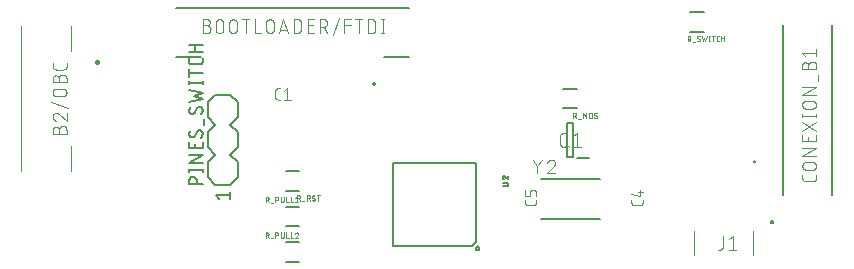
<source format=gto>
G04 EAGLE Gerber X2 export*
%TF.Part,Single*%
%TF.FileFunction,Legend,Top,1*%
%TF.FilePolarity,Positive*%
%TF.GenerationSoftware,Autodesk,EAGLE,9.1.0*%
%TF.CreationDate,2020-06-23T23:40:25Z*%
G75*
%MOMM*%
%FSLAX34Y34*%
%LPD*%
%AMOC8*
5,1,8,0,0,1.08239X$1,22.5*%
G01*
%ADD10C,0.076200*%
%ADD11C,0.203200*%
%ADD12C,0.127000*%
%ADD13C,0.200000*%
%ADD14C,0.101600*%
%ADD15C,0.152400*%
%ADD16C,0.100000*%
%ADD17C,0.300000*%
%ADD18C,0.300000*%
%ADD19C,0.050800*%
%ADD20C,0.200000*%


D10*
X289558Y179131D02*
X287469Y179131D01*
X287380Y179133D01*
X287292Y179139D01*
X287204Y179148D01*
X287116Y179161D01*
X287029Y179178D01*
X286943Y179198D01*
X286858Y179223D01*
X286773Y179250D01*
X286690Y179282D01*
X286609Y179316D01*
X286529Y179355D01*
X286451Y179396D01*
X286374Y179441D01*
X286300Y179489D01*
X286227Y179540D01*
X286157Y179594D01*
X286090Y179652D01*
X286024Y179712D01*
X285962Y179774D01*
X285902Y179840D01*
X285844Y179907D01*
X285790Y179977D01*
X285739Y180050D01*
X285691Y180124D01*
X285646Y180201D01*
X285605Y180279D01*
X285566Y180359D01*
X285532Y180440D01*
X285500Y180523D01*
X285473Y180608D01*
X285448Y180693D01*
X285428Y180779D01*
X285411Y180866D01*
X285398Y180954D01*
X285389Y181042D01*
X285383Y181130D01*
X285381Y181219D01*
X285381Y186441D01*
X285383Y186532D01*
X285389Y186623D01*
X285399Y186714D01*
X285413Y186804D01*
X285430Y186893D01*
X285452Y186981D01*
X285478Y187069D01*
X285507Y187155D01*
X285540Y187240D01*
X285577Y187323D01*
X285617Y187405D01*
X285661Y187485D01*
X285708Y187563D01*
X285759Y187639D01*
X285812Y187712D01*
X285869Y187783D01*
X285930Y187852D01*
X285993Y187917D01*
X286058Y187980D01*
X286127Y188040D01*
X286198Y188098D01*
X286271Y188151D01*
X286347Y188202D01*
X286425Y188249D01*
X286505Y188293D01*
X286587Y188333D01*
X286670Y188370D01*
X286755Y188403D01*
X286841Y188432D01*
X286929Y188458D01*
X287017Y188480D01*
X287106Y188497D01*
X287196Y188511D01*
X287287Y188521D01*
X287378Y188527D01*
X287469Y188529D01*
X289558Y188529D01*
X293027Y186441D02*
X295637Y188529D01*
X295637Y179131D01*
X293027Y179131D02*
X298248Y179131D01*
X596279Y93929D02*
X596279Y91841D01*
X596277Y91752D01*
X596271Y91664D01*
X596262Y91576D01*
X596249Y91488D01*
X596232Y91401D01*
X596212Y91315D01*
X596187Y91230D01*
X596160Y91145D01*
X596128Y91062D01*
X596094Y90981D01*
X596055Y90901D01*
X596014Y90823D01*
X595969Y90746D01*
X595921Y90672D01*
X595870Y90599D01*
X595816Y90529D01*
X595758Y90462D01*
X595698Y90396D01*
X595636Y90334D01*
X595570Y90274D01*
X595503Y90216D01*
X595433Y90162D01*
X595360Y90111D01*
X595286Y90063D01*
X595209Y90018D01*
X595131Y89977D01*
X595051Y89938D01*
X594970Y89904D01*
X594887Y89872D01*
X594802Y89845D01*
X594717Y89820D01*
X594631Y89800D01*
X594544Y89783D01*
X594456Y89770D01*
X594368Y89761D01*
X594280Y89755D01*
X594191Y89753D01*
X594191Y89752D02*
X588969Y89752D01*
X588878Y89754D01*
X588787Y89760D01*
X588696Y89770D01*
X588606Y89784D01*
X588517Y89802D01*
X588428Y89823D01*
X588341Y89849D01*
X588255Y89878D01*
X588170Y89911D01*
X588086Y89948D01*
X588004Y89988D01*
X587925Y90032D01*
X587847Y90079D01*
X587771Y90130D01*
X587697Y90184D01*
X587626Y90241D01*
X587558Y90301D01*
X587492Y90364D01*
X587429Y90430D01*
X587369Y90498D01*
X587312Y90569D01*
X587258Y90643D01*
X587207Y90719D01*
X587160Y90796D01*
X587116Y90876D01*
X587076Y90958D01*
X587039Y91042D01*
X587006Y91126D01*
X586977Y91213D01*
X586951Y91300D01*
X586930Y91389D01*
X586912Y91478D01*
X586898Y91568D01*
X586888Y91659D01*
X586882Y91750D01*
X586880Y91841D01*
X586881Y91841D02*
X586881Y93929D01*
X586881Y99486D02*
X594191Y97398D01*
X594191Y102619D01*
X592102Y101053D02*
X596279Y101053D01*
X506279Y93929D02*
X506279Y91841D01*
X506277Y91752D01*
X506271Y91664D01*
X506262Y91576D01*
X506249Y91488D01*
X506232Y91401D01*
X506212Y91315D01*
X506187Y91230D01*
X506160Y91145D01*
X506128Y91062D01*
X506094Y90981D01*
X506055Y90901D01*
X506014Y90823D01*
X505969Y90746D01*
X505921Y90672D01*
X505870Y90599D01*
X505816Y90529D01*
X505758Y90462D01*
X505698Y90396D01*
X505636Y90334D01*
X505570Y90274D01*
X505503Y90216D01*
X505433Y90162D01*
X505360Y90111D01*
X505286Y90063D01*
X505209Y90018D01*
X505131Y89977D01*
X505051Y89938D01*
X504970Y89904D01*
X504887Y89872D01*
X504802Y89845D01*
X504717Y89820D01*
X504631Y89800D01*
X504544Y89783D01*
X504456Y89770D01*
X504368Y89761D01*
X504280Y89755D01*
X504191Y89753D01*
X504191Y89752D02*
X498969Y89752D01*
X498878Y89754D01*
X498787Y89760D01*
X498696Y89770D01*
X498606Y89784D01*
X498517Y89802D01*
X498428Y89823D01*
X498341Y89849D01*
X498255Y89878D01*
X498170Y89911D01*
X498086Y89948D01*
X498004Y89988D01*
X497925Y90032D01*
X497847Y90079D01*
X497771Y90130D01*
X497697Y90184D01*
X497626Y90241D01*
X497558Y90301D01*
X497492Y90364D01*
X497429Y90430D01*
X497369Y90498D01*
X497312Y90569D01*
X497258Y90643D01*
X497207Y90719D01*
X497160Y90796D01*
X497116Y90876D01*
X497076Y90958D01*
X497039Y91042D01*
X497006Y91126D01*
X496977Y91213D01*
X496951Y91300D01*
X496930Y91389D01*
X496912Y91478D01*
X496898Y91568D01*
X496888Y91659D01*
X496882Y91750D01*
X496880Y91841D01*
X496881Y91841D02*
X496881Y93929D01*
X506279Y97398D02*
X506279Y100531D01*
X506277Y100620D01*
X506271Y100708D01*
X506262Y100796D01*
X506249Y100884D01*
X506232Y100971D01*
X506212Y101057D01*
X506187Y101142D01*
X506160Y101227D01*
X506128Y101310D01*
X506094Y101391D01*
X506055Y101471D01*
X506014Y101549D01*
X505969Y101626D01*
X505921Y101700D01*
X505870Y101773D01*
X505816Y101843D01*
X505758Y101910D01*
X505698Y101976D01*
X505636Y102038D01*
X505570Y102098D01*
X505503Y102156D01*
X505433Y102210D01*
X505360Y102261D01*
X505286Y102309D01*
X505209Y102354D01*
X505131Y102395D01*
X505051Y102434D01*
X504970Y102468D01*
X504887Y102500D01*
X504802Y102527D01*
X504717Y102552D01*
X504631Y102572D01*
X504544Y102589D01*
X504456Y102602D01*
X504368Y102611D01*
X504280Y102617D01*
X504191Y102619D01*
X503146Y102619D01*
X503057Y102617D01*
X502969Y102611D01*
X502881Y102602D01*
X502793Y102589D01*
X502706Y102572D01*
X502620Y102552D01*
X502535Y102527D01*
X502450Y102500D01*
X502367Y102468D01*
X502286Y102434D01*
X502206Y102395D01*
X502128Y102354D01*
X502051Y102309D01*
X501977Y102261D01*
X501904Y102210D01*
X501834Y102156D01*
X501767Y102098D01*
X501701Y102038D01*
X501639Y101976D01*
X501579Y101910D01*
X501521Y101843D01*
X501467Y101773D01*
X501416Y101700D01*
X501368Y101626D01*
X501323Y101549D01*
X501282Y101471D01*
X501243Y101391D01*
X501209Y101310D01*
X501177Y101227D01*
X501150Y101142D01*
X501125Y101057D01*
X501105Y100971D01*
X501088Y100884D01*
X501075Y100796D01*
X501066Y100708D01*
X501060Y100620D01*
X501058Y100531D01*
X501058Y97398D01*
X496881Y97398D01*
X496881Y102619D01*
D11*
X384950Y125050D02*
X384950Y54950D01*
X384950Y125050D02*
X455050Y125050D01*
X455050Y58500D01*
X451500Y54950D02*
X384950Y54950D01*
X451500Y54950D02*
X455050Y58500D01*
X455052Y53170D02*
X455054Y53248D01*
X455060Y53325D01*
X455070Y53403D01*
X455084Y53479D01*
X455101Y53555D01*
X455123Y53630D01*
X455148Y53703D01*
X455177Y53776D01*
X455210Y53846D01*
X455247Y53915D01*
X455286Y53982D01*
X455329Y54047D01*
X455376Y54109D01*
X455425Y54169D01*
X455478Y54227D01*
X455533Y54281D01*
X455591Y54333D01*
X455652Y54382D01*
X455715Y54428D01*
X455781Y54470D01*
X455848Y54509D01*
X455917Y54544D01*
X455988Y54576D01*
X456061Y54604D01*
X456135Y54629D01*
X456210Y54649D01*
X456286Y54666D01*
X456363Y54679D01*
X456440Y54688D01*
X456518Y54693D01*
X456595Y54694D01*
X456673Y54691D01*
X456751Y54684D01*
X456828Y54673D01*
X456904Y54658D01*
X456980Y54640D01*
X457054Y54617D01*
X457128Y54591D01*
X457199Y54561D01*
X457270Y54527D01*
X457338Y54490D01*
X457404Y54449D01*
X457469Y54405D01*
X457531Y54358D01*
X457590Y54308D01*
X457647Y54254D01*
X457701Y54198D01*
X457752Y54140D01*
X457800Y54078D01*
X457845Y54015D01*
X457886Y53949D01*
X457924Y53881D01*
X457959Y53811D01*
X457990Y53740D01*
X458017Y53667D01*
X458040Y53593D01*
X458060Y53517D01*
X458076Y53441D01*
X458088Y53364D01*
X458096Y53287D01*
X458100Y53209D01*
X458100Y53131D01*
X458096Y53053D01*
X458088Y52976D01*
X458076Y52899D01*
X458060Y52823D01*
X458040Y52747D01*
X458017Y52673D01*
X457990Y52600D01*
X457959Y52529D01*
X457924Y52459D01*
X457886Y52391D01*
X457845Y52325D01*
X457800Y52262D01*
X457752Y52200D01*
X457701Y52142D01*
X457647Y52086D01*
X457590Y52032D01*
X457531Y51982D01*
X457469Y51935D01*
X457404Y51891D01*
X457338Y51850D01*
X457270Y51813D01*
X457199Y51779D01*
X457128Y51749D01*
X457054Y51723D01*
X456980Y51700D01*
X456904Y51682D01*
X456828Y51667D01*
X456751Y51656D01*
X456673Y51649D01*
X456595Y51646D01*
X456518Y51647D01*
X456440Y51652D01*
X456363Y51661D01*
X456286Y51674D01*
X456210Y51691D01*
X456135Y51711D01*
X456061Y51736D01*
X455988Y51764D01*
X455917Y51796D01*
X455848Y51831D01*
X455781Y51870D01*
X455715Y51912D01*
X455652Y51958D01*
X455591Y52007D01*
X455533Y52059D01*
X455478Y52113D01*
X455425Y52171D01*
X455376Y52231D01*
X455329Y52293D01*
X455286Y52358D01*
X455247Y52425D01*
X455210Y52494D01*
X455177Y52564D01*
X455148Y52637D01*
X455123Y52710D01*
X455101Y52785D01*
X455084Y52861D01*
X455070Y52937D01*
X455060Y53015D01*
X455054Y53092D01*
X455052Y53170D01*
D12*
X477785Y105825D02*
X481270Y105825D01*
X481270Y105824D02*
X481341Y105826D01*
X481413Y105832D01*
X481483Y105841D01*
X481553Y105854D01*
X481623Y105871D01*
X481691Y105892D01*
X481758Y105916D01*
X481824Y105944D01*
X481888Y105975D01*
X481951Y106010D01*
X482011Y106048D01*
X482070Y106089D01*
X482126Y106133D01*
X482180Y106180D01*
X482231Y106229D01*
X482279Y106282D01*
X482325Y106337D01*
X482367Y106394D01*
X482407Y106454D01*
X482443Y106515D01*
X482476Y106579D01*
X482505Y106644D01*
X482531Y106710D01*
X482554Y106778D01*
X482573Y106847D01*
X482588Y106917D01*
X482599Y106987D01*
X482607Y107058D01*
X482611Y107129D01*
X482611Y107201D01*
X482607Y107272D01*
X482599Y107343D01*
X482588Y107413D01*
X482573Y107483D01*
X482554Y107552D01*
X482531Y107620D01*
X482505Y107686D01*
X482476Y107751D01*
X482443Y107815D01*
X482407Y107876D01*
X482367Y107936D01*
X482325Y107993D01*
X482279Y108048D01*
X482231Y108101D01*
X482180Y108150D01*
X482126Y108197D01*
X482070Y108241D01*
X482011Y108282D01*
X481951Y108320D01*
X481888Y108355D01*
X481824Y108386D01*
X481758Y108414D01*
X481691Y108438D01*
X481623Y108459D01*
X481553Y108476D01*
X481483Y108489D01*
X481413Y108498D01*
X481341Y108504D01*
X481270Y108506D01*
X477785Y108506D01*
X477785Y112969D02*
X477787Y113037D01*
X477793Y113104D01*
X477802Y113171D01*
X477815Y113238D01*
X477832Y113303D01*
X477853Y113368D01*
X477877Y113431D01*
X477905Y113493D01*
X477936Y113553D01*
X477970Y113611D01*
X478008Y113667D01*
X478048Y113722D01*
X478092Y113773D01*
X478139Y113822D01*
X478188Y113869D01*
X478239Y113913D01*
X478294Y113953D01*
X478350Y113991D01*
X478408Y114025D01*
X478468Y114056D01*
X478530Y114084D01*
X478593Y114108D01*
X478658Y114129D01*
X478723Y114146D01*
X478790Y114159D01*
X478857Y114168D01*
X478924Y114174D01*
X478992Y114176D01*
X477785Y112969D02*
X477787Y112891D01*
X477793Y112813D01*
X477803Y112736D01*
X477816Y112659D01*
X477834Y112583D01*
X477855Y112508D01*
X477880Y112434D01*
X477909Y112362D01*
X477941Y112291D01*
X477977Y112222D01*
X478016Y112154D01*
X478059Y112089D01*
X478105Y112026D01*
X478154Y111965D01*
X478206Y111907D01*
X478261Y111852D01*
X478318Y111799D01*
X478378Y111750D01*
X478441Y111703D01*
X478506Y111660D01*
X478572Y111620D01*
X478641Y111583D01*
X478712Y111550D01*
X478784Y111520D01*
X478858Y111494D01*
X479930Y113773D02*
X479881Y113822D01*
X479829Y113869D01*
X479774Y113912D01*
X479717Y113953D01*
X479658Y113991D01*
X479597Y114025D01*
X479534Y114056D01*
X479470Y114084D01*
X479404Y114108D01*
X479338Y114128D01*
X479270Y114145D01*
X479201Y114158D01*
X479132Y114167D01*
X479062Y114173D01*
X478992Y114175D01*
X479930Y113773D02*
X482611Y111494D01*
X482611Y114175D01*
D13*
X532750Y130500D02*
X537250Y130500D01*
X532750Y130500D02*
X532750Y159500D01*
X537250Y159500D01*
X537250Y130500D01*
X540750Y130000D02*
X551250Y130000D01*
D14*
X526183Y142404D02*
X526183Y147596D01*
X526182Y147596D02*
X526184Y147709D01*
X526190Y147822D01*
X526200Y147935D01*
X526214Y148048D01*
X526231Y148160D01*
X526253Y148271D01*
X526278Y148381D01*
X526308Y148491D01*
X526341Y148599D01*
X526378Y148706D01*
X526418Y148812D01*
X526463Y148916D01*
X526511Y149019D01*
X526562Y149120D01*
X526617Y149219D01*
X526675Y149316D01*
X526737Y149411D01*
X526802Y149504D01*
X526870Y149594D01*
X526941Y149682D01*
X527016Y149768D01*
X527093Y149851D01*
X527173Y149931D01*
X527256Y150008D01*
X527342Y150083D01*
X527430Y150154D01*
X527520Y150222D01*
X527613Y150287D01*
X527708Y150349D01*
X527805Y150407D01*
X527904Y150462D01*
X528005Y150513D01*
X528108Y150561D01*
X528212Y150606D01*
X528318Y150646D01*
X528425Y150683D01*
X528533Y150716D01*
X528643Y150746D01*
X528753Y150771D01*
X528864Y150793D01*
X528976Y150810D01*
X529089Y150824D01*
X529202Y150834D01*
X529315Y150840D01*
X529428Y150842D01*
X529541Y150840D01*
X529654Y150834D01*
X529767Y150824D01*
X529880Y150810D01*
X529992Y150793D01*
X530103Y150771D01*
X530213Y150746D01*
X530323Y150716D01*
X530431Y150683D01*
X530538Y150646D01*
X530644Y150606D01*
X530748Y150561D01*
X530851Y150513D01*
X530952Y150462D01*
X531051Y150407D01*
X531148Y150349D01*
X531243Y150287D01*
X531336Y150222D01*
X531426Y150154D01*
X531514Y150083D01*
X531600Y150008D01*
X531683Y149931D01*
X531763Y149851D01*
X531840Y149768D01*
X531915Y149682D01*
X531986Y149594D01*
X532054Y149504D01*
X532119Y149411D01*
X532181Y149316D01*
X532239Y149219D01*
X532294Y149120D01*
X532345Y149019D01*
X532393Y148916D01*
X532438Y148812D01*
X532478Y148706D01*
X532515Y148599D01*
X532548Y148491D01*
X532578Y148381D01*
X532603Y148271D01*
X532625Y148160D01*
X532642Y148048D01*
X532656Y147935D01*
X532666Y147822D01*
X532672Y147709D01*
X532674Y147596D01*
X532674Y142404D01*
X532672Y142291D01*
X532666Y142178D01*
X532656Y142065D01*
X532642Y141952D01*
X532625Y141840D01*
X532603Y141729D01*
X532578Y141619D01*
X532548Y141509D01*
X532515Y141401D01*
X532478Y141294D01*
X532438Y141188D01*
X532393Y141084D01*
X532345Y140981D01*
X532294Y140880D01*
X532239Y140781D01*
X532181Y140684D01*
X532119Y140589D01*
X532054Y140496D01*
X531986Y140406D01*
X531915Y140318D01*
X531840Y140232D01*
X531763Y140149D01*
X531683Y140069D01*
X531600Y139992D01*
X531514Y139917D01*
X531426Y139846D01*
X531336Y139778D01*
X531243Y139713D01*
X531148Y139651D01*
X531051Y139593D01*
X530952Y139538D01*
X530851Y139487D01*
X530748Y139439D01*
X530644Y139394D01*
X530538Y139354D01*
X530431Y139317D01*
X530323Y139284D01*
X530213Y139254D01*
X530103Y139229D01*
X529992Y139207D01*
X529880Y139190D01*
X529767Y139176D01*
X529654Y139166D01*
X529541Y139160D01*
X529428Y139158D01*
X529315Y139160D01*
X529202Y139166D01*
X529089Y139176D01*
X528976Y139190D01*
X528864Y139207D01*
X528753Y139229D01*
X528643Y139254D01*
X528533Y139284D01*
X528425Y139317D01*
X528318Y139354D01*
X528212Y139394D01*
X528108Y139439D01*
X528005Y139487D01*
X527904Y139538D01*
X527805Y139593D01*
X527708Y139651D01*
X527613Y139713D01*
X527520Y139778D01*
X527430Y139846D01*
X527342Y139917D01*
X527256Y139992D01*
X527173Y140069D01*
X527093Y140149D01*
X527016Y140232D01*
X526941Y140318D01*
X526870Y140406D01*
X526802Y140496D01*
X526737Y140589D01*
X526675Y140684D01*
X526617Y140781D01*
X526562Y140880D01*
X526511Y140981D01*
X526463Y141084D01*
X526418Y141188D01*
X526378Y141294D01*
X526341Y141401D01*
X526308Y141509D01*
X526278Y141619D01*
X526253Y141729D01*
X526231Y141840D01*
X526214Y141952D01*
X526200Y142065D01*
X526190Y142178D01*
X526184Y142291D01*
X526182Y142404D01*
X531375Y141754D02*
X533972Y139158D01*
X537326Y148246D02*
X540572Y150842D01*
X540572Y139158D01*
X543817Y139158D02*
X537326Y139158D01*
D12*
X560000Y112000D02*
X510000Y112000D01*
X510000Y78000D02*
X560000Y78000D01*
D14*
X507354Y122723D02*
X503452Y128251D01*
X507354Y122723D02*
X511256Y128251D01*
X507354Y122723D02*
X507354Y116545D01*
X519129Y128251D02*
X519236Y128249D01*
X519343Y128243D01*
X519449Y128233D01*
X519555Y128220D01*
X519661Y128202D01*
X519765Y128181D01*
X519869Y128156D01*
X519972Y128127D01*
X520074Y128094D01*
X520175Y128058D01*
X520274Y128018D01*
X520371Y127974D01*
X520467Y127927D01*
X520562Y127876D01*
X520654Y127822D01*
X520744Y127765D01*
X520832Y127704D01*
X520918Y127641D01*
X521001Y127574D01*
X521082Y127504D01*
X521161Y127431D01*
X521236Y127356D01*
X521309Y127277D01*
X521379Y127196D01*
X521446Y127113D01*
X521509Y127027D01*
X521570Y126939D01*
X521627Y126849D01*
X521681Y126757D01*
X521732Y126662D01*
X521779Y126566D01*
X521823Y126469D01*
X521863Y126370D01*
X521899Y126269D01*
X521932Y126167D01*
X521961Y126064D01*
X521986Y125960D01*
X522007Y125856D01*
X522025Y125750D01*
X522038Y125644D01*
X522048Y125538D01*
X522054Y125431D01*
X522056Y125324D01*
X519129Y128251D02*
X519008Y128249D01*
X518887Y128243D01*
X518766Y128233D01*
X518645Y128220D01*
X518525Y128202D01*
X518406Y128181D01*
X518287Y128156D01*
X518170Y128127D01*
X518053Y128094D01*
X517937Y128057D01*
X517823Y128017D01*
X517710Y127973D01*
X517599Y127925D01*
X517489Y127874D01*
X517380Y127820D01*
X517274Y127762D01*
X517170Y127700D01*
X517067Y127635D01*
X516967Y127567D01*
X516869Y127496D01*
X516773Y127421D01*
X516680Y127344D01*
X516589Y127263D01*
X516501Y127180D01*
X516416Y127094D01*
X516333Y127005D01*
X516254Y126914D01*
X516177Y126820D01*
X516103Y126723D01*
X516033Y126625D01*
X515966Y126524D01*
X515902Y126421D01*
X515841Y126316D01*
X515784Y126209D01*
X515731Y126100D01*
X515681Y125990D01*
X515634Y125878D01*
X515591Y125764D01*
X515552Y125649D01*
X521081Y123048D02*
X521159Y123126D01*
X521235Y123206D01*
X521308Y123289D01*
X521379Y123375D01*
X521446Y123463D01*
X521510Y123553D01*
X521570Y123646D01*
X521628Y123740D01*
X521682Y123837D01*
X521732Y123935D01*
X521780Y124035D01*
X521823Y124137D01*
X521863Y124240D01*
X521900Y124345D01*
X521932Y124450D01*
X521961Y124557D01*
X521986Y124665D01*
X522007Y124774D01*
X522025Y124883D01*
X522038Y124993D01*
X522048Y125103D01*
X522054Y125213D01*
X522056Y125324D01*
X521080Y123048D02*
X515553Y116545D01*
X522056Y116545D01*
D13*
X715000Y98100D02*
X715000Y241900D01*
X757000Y241900D02*
X757000Y98100D01*
X690352Y126510D02*
X690354Y126561D01*
X690360Y126612D01*
X690370Y126662D01*
X690383Y126711D01*
X690401Y126759D01*
X690422Y126805D01*
X690447Y126850D01*
X690475Y126893D01*
X690506Y126933D01*
X690540Y126971D01*
X690577Y127006D01*
X690617Y127038D01*
X690659Y127067D01*
X690703Y127092D01*
X690749Y127114D01*
X690797Y127133D01*
X690846Y127147D01*
X690896Y127158D01*
X690946Y127165D01*
X690997Y127168D01*
X691048Y127167D01*
X691099Y127162D01*
X691149Y127153D01*
X691199Y127140D01*
X691247Y127124D01*
X691294Y127104D01*
X691339Y127080D01*
X691382Y127053D01*
X691423Y127022D01*
X691462Y126989D01*
X691497Y126952D01*
X691530Y126913D01*
X691560Y126872D01*
X691586Y126828D01*
X691609Y126782D01*
X691628Y126735D01*
X691644Y126686D01*
X691656Y126637D01*
X691664Y126586D01*
X691668Y126536D01*
X691668Y126484D01*
X691664Y126434D01*
X691656Y126383D01*
X691644Y126334D01*
X691628Y126285D01*
X691609Y126238D01*
X691586Y126192D01*
X691560Y126148D01*
X691530Y126107D01*
X691497Y126068D01*
X691462Y126031D01*
X691423Y125998D01*
X691382Y125967D01*
X691339Y125940D01*
X691294Y125916D01*
X691247Y125896D01*
X691199Y125880D01*
X691149Y125867D01*
X691099Y125858D01*
X691048Y125853D01*
X690997Y125852D01*
X690946Y125855D01*
X690896Y125862D01*
X690846Y125873D01*
X690797Y125887D01*
X690749Y125906D01*
X690703Y125928D01*
X690659Y125953D01*
X690617Y125982D01*
X690577Y126014D01*
X690540Y126049D01*
X690506Y126087D01*
X690475Y126127D01*
X690447Y126170D01*
X690422Y126215D01*
X690401Y126261D01*
X690383Y126309D01*
X690370Y126358D01*
X690360Y126408D01*
X690354Y126459D01*
X690352Y126510D01*
D14*
X743202Y115272D02*
X743202Y112676D01*
X743200Y112577D01*
X743194Y112477D01*
X743185Y112378D01*
X743172Y112280D01*
X743155Y112182D01*
X743134Y112084D01*
X743109Y111988D01*
X743081Y111893D01*
X743049Y111799D01*
X743014Y111706D01*
X742975Y111614D01*
X742932Y111524D01*
X742887Y111436D01*
X742837Y111349D01*
X742785Y111265D01*
X742729Y111182D01*
X742671Y111102D01*
X742609Y111024D01*
X742544Y110949D01*
X742476Y110876D01*
X742406Y110806D01*
X742333Y110738D01*
X742258Y110673D01*
X742180Y110611D01*
X742100Y110553D01*
X742017Y110497D01*
X741933Y110445D01*
X741846Y110395D01*
X741758Y110350D01*
X741668Y110307D01*
X741576Y110268D01*
X741483Y110233D01*
X741389Y110201D01*
X741294Y110173D01*
X741198Y110148D01*
X741100Y110127D01*
X741002Y110110D01*
X740904Y110097D01*
X740805Y110088D01*
X740705Y110082D01*
X740606Y110080D01*
X740606Y110079D02*
X734114Y110079D01*
X734015Y110081D01*
X733915Y110087D01*
X733816Y110096D01*
X733718Y110109D01*
X733620Y110127D01*
X733522Y110147D01*
X733426Y110172D01*
X733330Y110200D01*
X733236Y110232D01*
X733143Y110267D01*
X733052Y110306D01*
X732962Y110349D01*
X732873Y110394D01*
X732787Y110444D01*
X732702Y110496D01*
X732620Y110552D01*
X732540Y110611D01*
X732462Y110672D01*
X732386Y110737D01*
X732313Y110805D01*
X732243Y110875D01*
X732175Y110948D01*
X732110Y111024D01*
X732049Y111102D01*
X731990Y111182D01*
X731934Y111264D01*
X731882Y111349D01*
X731833Y111435D01*
X731787Y111524D01*
X731744Y111614D01*
X731705Y111705D01*
X731670Y111798D01*
X731638Y111892D01*
X731610Y111988D01*
X731585Y112084D01*
X731565Y112182D01*
X731547Y112280D01*
X731534Y112378D01*
X731525Y112477D01*
X731519Y112576D01*
X731517Y112676D01*
X731518Y112676D02*
X731518Y115272D01*
X734764Y119638D02*
X739956Y119638D01*
X734764Y119637D02*
X734651Y119639D01*
X734538Y119645D01*
X734425Y119655D01*
X734312Y119669D01*
X734200Y119686D01*
X734089Y119708D01*
X733979Y119733D01*
X733869Y119763D01*
X733761Y119796D01*
X733654Y119833D01*
X733548Y119873D01*
X733444Y119918D01*
X733341Y119966D01*
X733240Y120017D01*
X733141Y120072D01*
X733044Y120130D01*
X732949Y120192D01*
X732856Y120257D01*
X732766Y120325D01*
X732678Y120396D01*
X732592Y120471D01*
X732509Y120548D01*
X732429Y120628D01*
X732352Y120711D01*
X732277Y120797D01*
X732206Y120885D01*
X732138Y120975D01*
X732073Y121068D01*
X732011Y121163D01*
X731953Y121260D01*
X731898Y121359D01*
X731847Y121460D01*
X731799Y121563D01*
X731754Y121667D01*
X731714Y121773D01*
X731677Y121880D01*
X731644Y121988D01*
X731614Y122098D01*
X731589Y122208D01*
X731567Y122319D01*
X731550Y122431D01*
X731536Y122544D01*
X731526Y122657D01*
X731520Y122770D01*
X731518Y122883D01*
X731520Y122996D01*
X731526Y123109D01*
X731536Y123222D01*
X731550Y123335D01*
X731567Y123447D01*
X731589Y123558D01*
X731614Y123668D01*
X731644Y123778D01*
X731677Y123886D01*
X731714Y123993D01*
X731754Y124099D01*
X731799Y124203D01*
X731847Y124306D01*
X731898Y124407D01*
X731953Y124506D01*
X732011Y124603D01*
X732073Y124698D01*
X732138Y124791D01*
X732206Y124881D01*
X732277Y124969D01*
X732352Y125055D01*
X732429Y125138D01*
X732509Y125218D01*
X732592Y125295D01*
X732678Y125370D01*
X732766Y125441D01*
X732856Y125509D01*
X732949Y125574D01*
X733044Y125636D01*
X733141Y125694D01*
X733240Y125749D01*
X733341Y125800D01*
X733444Y125848D01*
X733548Y125893D01*
X733654Y125933D01*
X733761Y125970D01*
X733869Y126003D01*
X733979Y126033D01*
X734089Y126058D01*
X734200Y126080D01*
X734312Y126097D01*
X734425Y126111D01*
X734538Y126121D01*
X734651Y126127D01*
X734764Y126129D01*
X739956Y126129D01*
X740069Y126127D01*
X740182Y126121D01*
X740295Y126111D01*
X740408Y126097D01*
X740520Y126080D01*
X740631Y126058D01*
X740741Y126033D01*
X740851Y126003D01*
X740959Y125970D01*
X741066Y125933D01*
X741172Y125893D01*
X741276Y125848D01*
X741379Y125800D01*
X741480Y125749D01*
X741579Y125694D01*
X741676Y125636D01*
X741771Y125574D01*
X741864Y125509D01*
X741954Y125441D01*
X742042Y125370D01*
X742128Y125295D01*
X742211Y125218D01*
X742291Y125138D01*
X742368Y125055D01*
X742443Y124969D01*
X742514Y124881D01*
X742582Y124791D01*
X742647Y124698D01*
X742709Y124603D01*
X742767Y124506D01*
X742822Y124407D01*
X742873Y124306D01*
X742921Y124203D01*
X742966Y124099D01*
X743006Y123993D01*
X743043Y123886D01*
X743076Y123778D01*
X743106Y123668D01*
X743131Y123558D01*
X743153Y123447D01*
X743170Y123335D01*
X743184Y123222D01*
X743194Y123109D01*
X743200Y122996D01*
X743202Y122883D01*
X743200Y122770D01*
X743194Y122657D01*
X743184Y122544D01*
X743170Y122431D01*
X743153Y122319D01*
X743131Y122208D01*
X743106Y122098D01*
X743076Y121988D01*
X743043Y121880D01*
X743006Y121773D01*
X742966Y121667D01*
X742921Y121563D01*
X742873Y121460D01*
X742822Y121359D01*
X742767Y121260D01*
X742709Y121163D01*
X742647Y121068D01*
X742582Y120975D01*
X742514Y120885D01*
X742443Y120797D01*
X742368Y120711D01*
X742291Y120628D01*
X742211Y120548D01*
X742128Y120471D01*
X742042Y120396D01*
X741954Y120325D01*
X741864Y120257D01*
X741771Y120192D01*
X741676Y120130D01*
X741579Y120072D01*
X741480Y120017D01*
X741379Y119966D01*
X741276Y119918D01*
X741172Y119873D01*
X741066Y119833D01*
X740959Y119796D01*
X740851Y119763D01*
X740741Y119733D01*
X740631Y119708D01*
X740520Y119686D01*
X740408Y119669D01*
X740295Y119655D01*
X740182Y119645D01*
X740069Y119639D01*
X739956Y119637D01*
X743202Y131449D02*
X731518Y131449D01*
X743202Y137940D01*
X731518Y137940D01*
X743202Y143663D02*
X743202Y148856D01*
X743202Y143663D02*
X731518Y143663D01*
X731518Y148856D01*
X736711Y147558D02*
X736711Y143663D01*
X743202Y152516D02*
X731518Y160306D01*
X731518Y152516D02*
X743202Y160306D01*
X743202Y165555D02*
X731518Y165555D01*
X743202Y164257D02*
X743202Y166853D01*
X731518Y166853D02*
X731518Y164257D01*
X734764Y171454D02*
X739956Y171454D01*
X734764Y171453D02*
X734651Y171455D01*
X734538Y171461D01*
X734425Y171471D01*
X734312Y171485D01*
X734200Y171502D01*
X734089Y171524D01*
X733979Y171549D01*
X733869Y171579D01*
X733761Y171612D01*
X733654Y171649D01*
X733548Y171689D01*
X733444Y171734D01*
X733341Y171782D01*
X733240Y171833D01*
X733141Y171888D01*
X733044Y171946D01*
X732949Y172008D01*
X732856Y172073D01*
X732766Y172141D01*
X732678Y172212D01*
X732592Y172287D01*
X732509Y172364D01*
X732429Y172444D01*
X732352Y172527D01*
X732277Y172613D01*
X732206Y172701D01*
X732138Y172791D01*
X732073Y172884D01*
X732011Y172979D01*
X731953Y173076D01*
X731898Y173175D01*
X731847Y173276D01*
X731799Y173379D01*
X731754Y173483D01*
X731714Y173589D01*
X731677Y173696D01*
X731644Y173804D01*
X731614Y173914D01*
X731589Y174024D01*
X731567Y174135D01*
X731550Y174247D01*
X731536Y174360D01*
X731526Y174473D01*
X731520Y174586D01*
X731518Y174699D01*
X731520Y174812D01*
X731526Y174925D01*
X731536Y175038D01*
X731550Y175151D01*
X731567Y175263D01*
X731589Y175374D01*
X731614Y175484D01*
X731644Y175594D01*
X731677Y175702D01*
X731714Y175809D01*
X731754Y175915D01*
X731799Y176019D01*
X731847Y176122D01*
X731898Y176223D01*
X731953Y176322D01*
X732011Y176419D01*
X732073Y176514D01*
X732138Y176607D01*
X732206Y176697D01*
X732277Y176785D01*
X732352Y176871D01*
X732429Y176954D01*
X732509Y177034D01*
X732592Y177111D01*
X732678Y177186D01*
X732766Y177257D01*
X732856Y177325D01*
X732949Y177390D01*
X733044Y177452D01*
X733141Y177510D01*
X733240Y177565D01*
X733341Y177616D01*
X733444Y177664D01*
X733548Y177709D01*
X733654Y177749D01*
X733761Y177786D01*
X733869Y177819D01*
X733979Y177849D01*
X734089Y177874D01*
X734200Y177896D01*
X734312Y177913D01*
X734425Y177927D01*
X734538Y177937D01*
X734651Y177943D01*
X734764Y177945D01*
X739956Y177945D01*
X740069Y177943D01*
X740182Y177937D01*
X740295Y177927D01*
X740408Y177913D01*
X740520Y177896D01*
X740631Y177874D01*
X740741Y177849D01*
X740851Y177819D01*
X740959Y177786D01*
X741066Y177749D01*
X741172Y177709D01*
X741276Y177664D01*
X741379Y177616D01*
X741480Y177565D01*
X741579Y177510D01*
X741676Y177452D01*
X741771Y177390D01*
X741864Y177325D01*
X741954Y177257D01*
X742042Y177186D01*
X742128Y177111D01*
X742211Y177034D01*
X742291Y176954D01*
X742368Y176871D01*
X742443Y176785D01*
X742514Y176697D01*
X742582Y176607D01*
X742647Y176514D01*
X742709Y176419D01*
X742767Y176322D01*
X742822Y176223D01*
X742873Y176122D01*
X742921Y176019D01*
X742966Y175915D01*
X743006Y175809D01*
X743043Y175702D01*
X743076Y175594D01*
X743106Y175484D01*
X743131Y175374D01*
X743153Y175263D01*
X743170Y175151D01*
X743184Y175038D01*
X743194Y174925D01*
X743200Y174812D01*
X743202Y174699D01*
X743200Y174586D01*
X743194Y174473D01*
X743184Y174360D01*
X743170Y174247D01*
X743153Y174135D01*
X743131Y174024D01*
X743106Y173914D01*
X743076Y173804D01*
X743043Y173696D01*
X743006Y173589D01*
X742966Y173483D01*
X742921Y173379D01*
X742873Y173276D01*
X742822Y173175D01*
X742767Y173076D01*
X742709Y172979D01*
X742647Y172884D01*
X742582Y172791D01*
X742514Y172701D01*
X742443Y172613D01*
X742368Y172527D01*
X742291Y172444D01*
X742211Y172364D01*
X742128Y172287D01*
X742042Y172212D01*
X741954Y172141D01*
X741864Y172073D01*
X741771Y172008D01*
X741676Y171946D01*
X741579Y171888D01*
X741480Y171833D01*
X741379Y171782D01*
X741276Y171734D01*
X741172Y171689D01*
X741066Y171649D01*
X740959Y171612D01*
X740851Y171579D01*
X740741Y171549D01*
X740631Y171524D01*
X740520Y171502D01*
X740408Y171485D01*
X740295Y171471D01*
X740182Y171461D01*
X740069Y171455D01*
X739956Y171453D01*
X743202Y183265D02*
X731518Y183265D01*
X743202Y189756D01*
X731518Y189756D01*
X744500Y194582D02*
X744500Y199775D01*
X736711Y204770D02*
X736711Y208015D01*
X736710Y208015D02*
X736712Y208128D01*
X736718Y208241D01*
X736728Y208354D01*
X736742Y208467D01*
X736759Y208579D01*
X736781Y208690D01*
X736806Y208800D01*
X736836Y208910D01*
X736869Y209018D01*
X736906Y209125D01*
X736946Y209231D01*
X736991Y209335D01*
X737039Y209438D01*
X737090Y209539D01*
X737145Y209638D01*
X737203Y209735D01*
X737265Y209830D01*
X737330Y209923D01*
X737398Y210013D01*
X737469Y210101D01*
X737544Y210187D01*
X737621Y210270D01*
X737701Y210350D01*
X737784Y210427D01*
X737870Y210502D01*
X737958Y210573D01*
X738048Y210641D01*
X738141Y210706D01*
X738236Y210768D01*
X738333Y210826D01*
X738432Y210881D01*
X738533Y210932D01*
X738636Y210980D01*
X738740Y211025D01*
X738846Y211065D01*
X738953Y211102D01*
X739061Y211135D01*
X739171Y211165D01*
X739281Y211190D01*
X739392Y211212D01*
X739504Y211229D01*
X739617Y211243D01*
X739730Y211253D01*
X739843Y211259D01*
X739956Y211261D01*
X740069Y211259D01*
X740182Y211253D01*
X740295Y211243D01*
X740408Y211229D01*
X740520Y211212D01*
X740631Y211190D01*
X740741Y211165D01*
X740851Y211135D01*
X740959Y211102D01*
X741066Y211065D01*
X741172Y211025D01*
X741276Y210980D01*
X741379Y210932D01*
X741480Y210881D01*
X741579Y210826D01*
X741676Y210768D01*
X741771Y210706D01*
X741864Y210641D01*
X741954Y210573D01*
X742042Y210502D01*
X742128Y210427D01*
X742211Y210350D01*
X742291Y210270D01*
X742368Y210187D01*
X742443Y210101D01*
X742514Y210013D01*
X742582Y209923D01*
X742647Y209830D01*
X742709Y209735D01*
X742767Y209638D01*
X742822Y209539D01*
X742873Y209438D01*
X742921Y209335D01*
X742966Y209231D01*
X743006Y209125D01*
X743043Y209018D01*
X743076Y208910D01*
X743106Y208800D01*
X743131Y208690D01*
X743153Y208579D01*
X743170Y208467D01*
X743184Y208354D01*
X743194Y208241D01*
X743200Y208128D01*
X743202Y208015D01*
X743202Y204770D01*
X731518Y204770D01*
X731518Y208015D01*
X731520Y208116D01*
X731526Y208216D01*
X731536Y208316D01*
X731549Y208416D01*
X731567Y208515D01*
X731588Y208614D01*
X731613Y208711D01*
X731642Y208808D01*
X731675Y208903D01*
X731711Y208997D01*
X731751Y209089D01*
X731794Y209180D01*
X731841Y209269D01*
X731891Y209356D01*
X731945Y209442D01*
X732002Y209525D01*
X732062Y209605D01*
X732125Y209684D01*
X732192Y209760D01*
X732261Y209833D01*
X732333Y209903D01*
X732407Y209971D01*
X732484Y210036D01*
X732564Y210097D01*
X732646Y210156D01*
X732730Y210211D01*
X732816Y210263D01*
X732904Y210312D01*
X732994Y210357D01*
X733086Y210399D01*
X733179Y210437D01*
X733274Y210471D01*
X733369Y210502D01*
X733466Y210529D01*
X733564Y210552D01*
X733663Y210572D01*
X733763Y210587D01*
X733863Y210599D01*
X733963Y210607D01*
X734064Y210611D01*
X734164Y210611D01*
X734265Y210607D01*
X734365Y210599D01*
X734465Y210587D01*
X734565Y210572D01*
X734664Y210552D01*
X734762Y210529D01*
X734859Y210502D01*
X734954Y210471D01*
X735049Y210437D01*
X735142Y210399D01*
X735234Y210357D01*
X735324Y210312D01*
X735412Y210263D01*
X735498Y210211D01*
X735582Y210156D01*
X735664Y210097D01*
X735744Y210036D01*
X735821Y209971D01*
X735895Y209903D01*
X735967Y209833D01*
X736036Y209760D01*
X736103Y209684D01*
X736166Y209605D01*
X736226Y209525D01*
X736283Y209442D01*
X736337Y209356D01*
X736387Y209269D01*
X736434Y209180D01*
X736477Y209089D01*
X736517Y208997D01*
X736553Y208903D01*
X736586Y208808D01*
X736615Y208711D01*
X736640Y208614D01*
X736661Y208515D01*
X736679Y208416D01*
X736692Y208316D01*
X736702Y208216D01*
X736708Y208116D01*
X736710Y208015D01*
X734114Y215649D02*
X731518Y218895D01*
X743202Y218895D01*
X743202Y215649D02*
X743202Y222141D01*
D15*
X228300Y125950D02*
X228300Y113250D01*
X228300Y125950D02*
X234650Y132300D01*
X247350Y132300D02*
X253700Y125950D01*
X234650Y132300D02*
X228300Y138650D01*
X228300Y151350D01*
X234650Y157700D01*
X247350Y157700D02*
X253700Y151350D01*
X253700Y138650D01*
X247350Y132300D01*
X247350Y106900D02*
X234650Y106900D01*
X228300Y113250D01*
X247350Y106900D02*
X253700Y113250D01*
X253700Y125950D01*
X234650Y157700D02*
X228300Y164050D01*
X228300Y176750D01*
X234650Y183100D01*
X247350Y183100D02*
X253700Y176750D01*
X253700Y164050D01*
X247350Y157700D01*
X247350Y183100D02*
X234650Y183100D01*
D12*
X235285Y98010D02*
X237825Y94835D01*
X235285Y98010D02*
X246715Y98010D01*
X246715Y94835D02*
X246715Y101185D01*
X223855Y107535D02*
X212425Y107535D01*
X212425Y110710D01*
X212427Y110821D01*
X212433Y110931D01*
X212442Y111042D01*
X212456Y111152D01*
X212473Y111261D01*
X212494Y111370D01*
X212519Y111478D01*
X212548Y111585D01*
X212580Y111691D01*
X212616Y111796D01*
X212656Y111899D01*
X212699Y112001D01*
X212746Y112102D01*
X212797Y112201D01*
X212850Y112297D01*
X212907Y112392D01*
X212968Y112485D01*
X213031Y112576D01*
X213098Y112665D01*
X213168Y112751D01*
X213241Y112834D01*
X213316Y112916D01*
X213394Y112994D01*
X213476Y113069D01*
X213559Y113142D01*
X213645Y113212D01*
X213734Y113279D01*
X213825Y113342D01*
X213918Y113403D01*
X214013Y113460D01*
X214109Y113513D01*
X214208Y113564D01*
X214309Y113611D01*
X214411Y113654D01*
X214514Y113694D01*
X214619Y113730D01*
X214725Y113762D01*
X214832Y113791D01*
X214940Y113816D01*
X215049Y113837D01*
X215158Y113854D01*
X215268Y113868D01*
X215379Y113877D01*
X215489Y113883D01*
X215600Y113885D01*
X215711Y113883D01*
X215821Y113877D01*
X215932Y113868D01*
X216042Y113854D01*
X216151Y113837D01*
X216260Y113816D01*
X216368Y113791D01*
X216475Y113762D01*
X216581Y113730D01*
X216686Y113694D01*
X216789Y113654D01*
X216891Y113611D01*
X216992Y113564D01*
X217091Y113513D01*
X217188Y113460D01*
X217282Y113403D01*
X217375Y113342D01*
X217466Y113279D01*
X217555Y113212D01*
X217641Y113142D01*
X217724Y113069D01*
X217806Y112994D01*
X217884Y112916D01*
X217959Y112834D01*
X218032Y112751D01*
X218102Y112665D01*
X218169Y112576D01*
X218232Y112485D01*
X218293Y112392D01*
X218350Y112298D01*
X218403Y112201D01*
X218454Y112102D01*
X218501Y112001D01*
X218544Y111899D01*
X218584Y111796D01*
X218620Y111691D01*
X218652Y111585D01*
X218681Y111478D01*
X218706Y111370D01*
X218727Y111261D01*
X218744Y111152D01*
X218758Y111042D01*
X218767Y110931D01*
X218773Y110821D01*
X218775Y110710D01*
X218775Y107535D01*
X223855Y119283D02*
X212425Y119283D01*
X223855Y118013D02*
X223855Y120553D01*
X212425Y120553D02*
X212425Y118013D01*
X212425Y125633D02*
X223855Y125633D01*
X223855Y131983D02*
X212425Y125633D01*
X212425Y131983D02*
X223855Y131983D01*
X223855Y137850D02*
X223855Y142930D01*
X223855Y137850D02*
X212425Y137850D01*
X212425Y142930D01*
X217505Y141660D02*
X217505Y137850D01*
X223855Y150778D02*
X223853Y150878D01*
X223847Y150977D01*
X223837Y151077D01*
X223824Y151175D01*
X223806Y151274D01*
X223785Y151371D01*
X223760Y151467D01*
X223731Y151563D01*
X223698Y151657D01*
X223662Y151750D01*
X223622Y151841D01*
X223578Y151931D01*
X223531Y152019D01*
X223481Y152105D01*
X223427Y152189D01*
X223370Y152271D01*
X223310Y152350D01*
X223246Y152428D01*
X223180Y152502D01*
X223111Y152574D01*
X223039Y152643D01*
X222965Y152709D01*
X222887Y152773D01*
X222808Y152833D01*
X222726Y152890D01*
X222642Y152944D01*
X222556Y152994D01*
X222468Y153041D01*
X222378Y153085D01*
X222287Y153125D01*
X222194Y153161D01*
X222100Y153194D01*
X222004Y153223D01*
X221908Y153248D01*
X221811Y153269D01*
X221712Y153287D01*
X221614Y153300D01*
X221514Y153310D01*
X221415Y153316D01*
X221315Y153318D01*
X223855Y150778D02*
X223853Y150637D01*
X223848Y150496D01*
X223838Y150355D01*
X223825Y150214D01*
X223809Y150074D01*
X223788Y149934D01*
X223764Y149795D01*
X223736Y149656D01*
X223705Y149519D01*
X223670Y149382D01*
X223632Y149246D01*
X223590Y149111D01*
X223544Y148978D01*
X223495Y148845D01*
X223442Y148714D01*
X223386Y148585D01*
X223327Y148456D01*
X223264Y148330D01*
X223198Y148205D01*
X223129Y148082D01*
X223056Y147961D01*
X222980Y147842D01*
X222901Y147724D01*
X222820Y147609D01*
X222735Y147497D01*
X222647Y147386D01*
X222556Y147278D01*
X222463Y147172D01*
X222366Y147069D01*
X222267Y146968D01*
X214965Y147286D02*
X214865Y147288D01*
X214766Y147294D01*
X214666Y147304D01*
X214568Y147317D01*
X214469Y147335D01*
X214372Y147356D01*
X214276Y147381D01*
X214180Y147410D01*
X214086Y147443D01*
X213993Y147479D01*
X213902Y147519D01*
X213812Y147563D01*
X213724Y147610D01*
X213638Y147660D01*
X213554Y147714D01*
X213472Y147771D01*
X213393Y147831D01*
X213315Y147895D01*
X213241Y147961D01*
X213169Y148030D01*
X213100Y148102D01*
X213034Y148176D01*
X212970Y148254D01*
X212910Y148333D01*
X212853Y148415D01*
X212799Y148499D01*
X212749Y148585D01*
X212702Y148673D01*
X212658Y148763D01*
X212618Y148854D01*
X212582Y148947D01*
X212549Y149041D01*
X212520Y149137D01*
X212495Y149233D01*
X212474Y149330D01*
X212456Y149429D01*
X212443Y149527D01*
X212433Y149627D01*
X212427Y149726D01*
X212425Y149826D01*
X212427Y149959D01*
X212432Y150092D01*
X212442Y150225D01*
X212455Y150358D01*
X212472Y150490D01*
X212492Y150622D01*
X212516Y150753D01*
X212544Y150883D01*
X212575Y151013D01*
X212610Y151141D01*
X212649Y151269D01*
X212691Y151395D01*
X212737Y151520D01*
X212786Y151644D01*
X212838Y151767D01*
X212894Y151888D01*
X212954Y152007D01*
X213016Y152125D01*
X213082Y152240D01*
X213151Y152354D01*
X213224Y152466D01*
X213299Y152576D01*
X213378Y152684D01*
X217188Y148556D02*
X217136Y148472D01*
X217081Y148389D01*
X217022Y148309D01*
X216961Y148231D01*
X216897Y148156D01*
X216829Y148083D01*
X216759Y148012D01*
X216687Y147945D01*
X216612Y147880D01*
X216534Y147818D01*
X216454Y147759D01*
X216372Y147703D01*
X216288Y147651D01*
X216202Y147602D01*
X216114Y147556D01*
X216024Y147513D01*
X215933Y147474D01*
X215840Y147439D01*
X215746Y147407D01*
X215651Y147379D01*
X215555Y147354D01*
X215458Y147334D01*
X215360Y147316D01*
X215262Y147303D01*
X215163Y147294D01*
X215064Y147288D01*
X214965Y147286D01*
X219092Y152049D02*
X219144Y152133D01*
X219199Y152216D01*
X219258Y152296D01*
X219319Y152374D01*
X219383Y152449D01*
X219451Y152522D01*
X219521Y152593D01*
X219593Y152660D01*
X219668Y152725D01*
X219746Y152787D01*
X219826Y152846D01*
X219908Y152902D01*
X219992Y152954D01*
X220078Y153003D01*
X220166Y153049D01*
X220256Y153092D01*
X220347Y153131D01*
X220440Y153166D01*
X220534Y153198D01*
X220629Y153226D01*
X220725Y153251D01*
X220822Y153271D01*
X220920Y153289D01*
X221018Y153302D01*
X221117Y153311D01*
X221216Y153317D01*
X221315Y153319D01*
X219093Y152048D02*
X217188Y148556D01*
X225125Y157509D02*
X225125Y162589D01*
X223855Y170590D02*
X223853Y170690D01*
X223847Y170789D01*
X223837Y170889D01*
X223824Y170987D01*
X223806Y171086D01*
X223785Y171183D01*
X223760Y171279D01*
X223731Y171375D01*
X223698Y171469D01*
X223662Y171562D01*
X223622Y171653D01*
X223578Y171743D01*
X223531Y171831D01*
X223481Y171917D01*
X223427Y172001D01*
X223370Y172083D01*
X223310Y172162D01*
X223246Y172240D01*
X223180Y172314D01*
X223111Y172386D01*
X223039Y172455D01*
X222965Y172521D01*
X222887Y172585D01*
X222808Y172645D01*
X222726Y172702D01*
X222642Y172756D01*
X222556Y172806D01*
X222468Y172853D01*
X222378Y172897D01*
X222287Y172937D01*
X222194Y172973D01*
X222100Y173006D01*
X222004Y173035D01*
X221908Y173060D01*
X221811Y173081D01*
X221712Y173099D01*
X221614Y173112D01*
X221514Y173122D01*
X221415Y173128D01*
X221315Y173130D01*
X223855Y170590D02*
X223853Y170449D01*
X223848Y170308D01*
X223838Y170167D01*
X223825Y170026D01*
X223809Y169886D01*
X223788Y169746D01*
X223764Y169607D01*
X223736Y169468D01*
X223705Y169331D01*
X223670Y169194D01*
X223632Y169058D01*
X223590Y168923D01*
X223544Y168790D01*
X223495Y168657D01*
X223442Y168526D01*
X223386Y168397D01*
X223327Y168268D01*
X223264Y168142D01*
X223198Y168017D01*
X223129Y167894D01*
X223056Y167773D01*
X222980Y167654D01*
X222901Y167536D01*
X222820Y167421D01*
X222735Y167309D01*
X222647Y167198D01*
X222556Y167090D01*
X222463Y166984D01*
X222366Y166881D01*
X222267Y166780D01*
X214965Y167098D02*
X214865Y167100D01*
X214766Y167106D01*
X214666Y167116D01*
X214568Y167129D01*
X214469Y167147D01*
X214372Y167168D01*
X214276Y167193D01*
X214180Y167222D01*
X214086Y167255D01*
X213993Y167291D01*
X213902Y167331D01*
X213812Y167375D01*
X213724Y167422D01*
X213638Y167472D01*
X213554Y167526D01*
X213472Y167583D01*
X213393Y167643D01*
X213315Y167707D01*
X213241Y167773D01*
X213169Y167842D01*
X213100Y167914D01*
X213034Y167988D01*
X212970Y168066D01*
X212910Y168145D01*
X212853Y168227D01*
X212799Y168311D01*
X212749Y168397D01*
X212702Y168485D01*
X212658Y168575D01*
X212618Y168666D01*
X212582Y168759D01*
X212549Y168853D01*
X212520Y168949D01*
X212495Y169045D01*
X212474Y169142D01*
X212456Y169241D01*
X212443Y169339D01*
X212433Y169439D01*
X212427Y169538D01*
X212425Y169638D01*
X212427Y169771D01*
X212432Y169904D01*
X212442Y170037D01*
X212455Y170170D01*
X212472Y170302D01*
X212492Y170434D01*
X212516Y170565D01*
X212544Y170695D01*
X212575Y170825D01*
X212610Y170953D01*
X212649Y171081D01*
X212691Y171207D01*
X212737Y171332D01*
X212786Y171456D01*
X212838Y171579D01*
X212894Y171700D01*
X212954Y171819D01*
X213016Y171937D01*
X213082Y172052D01*
X213151Y172166D01*
X213224Y172278D01*
X213299Y172388D01*
X213378Y172496D01*
X217188Y168368D02*
X217136Y168284D01*
X217081Y168201D01*
X217022Y168121D01*
X216961Y168043D01*
X216897Y167968D01*
X216829Y167895D01*
X216759Y167824D01*
X216687Y167757D01*
X216612Y167692D01*
X216534Y167630D01*
X216454Y167571D01*
X216372Y167515D01*
X216288Y167463D01*
X216202Y167414D01*
X216114Y167368D01*
X216024Y167325D01*
X215933Y167286D01*
X215840Y167251D01*
X215746Y167219D01*
X215651Y167191D01*
X215555Y167166D01*
X215458Y167146D01*
X215360Y167128D01*
X215262Y167115D01*
X215163Y167106D01*
X215064Y167100D01*
X214965Y167098D01*
X219092Y171861D02*
X219144Y171945D01*
X219199Y172028D01*
X219258Y172108D01*
X219319Y172186D01*
X219383Y172261D01*
X219451Y172334D01*
X219521Y172405D01*
X219593Y172472D01*
X219668Y172537D01*
X219746Y172599D01*
X219826Y172658D01*
X219908Y172714D01*
X219992Y172766D01*
X220078Y172815D01*
X220166Y172861D01*
X220256Y172904D01*
X220347Y172943D01*
X220440Y172978D01*
X220534Y173010D01*
X220629Y173038D01*
X220725Y173063D01*
X220822Y173083D01*
X220920Y173101D01*
X221018Y173114D01*
X221117Y173123D01*
X221216Y173129D01*
X221315Y173131D01*
X219093Y171860D02*
X217188Y168368D01*
X212425Y177448D02*
X223855Y179988D01*
X216235Y182528D01*
X223855Y185068D01*
X212425Y187608D01*
X212425Y193196D02*
X223855Y193196D01*
X223855Y191926D02*
X223855Y194466D01*
X212425Y194466D02*
X212425Y191926D01*
X212425Y201578D02*
X223855Y201578D01*
X212425Y198403D02*
X212425Y204753D01*
X223855Y211574D02*
X223855Y214114D01*
X223855Y211574D02*
X223853Y211474D01*
X223847Y211375D01*
X223837Y211275D01*
X223824Y211177D01*
X223806Y211078D01*
X223785Y210981D01*
X223760Y210885D01*
X223731Y210789D01*
X223698Y210695D01*
X223662Y210602D01*
X223622Y210511D01*
X223578Y210421D01*
X223531Y210333D01*
X223481Y210247D01*
X223427Y210163D01*
X223370Y210081D01*
X223310Y210002D01*
X223246Y209924D01*
X223180Y209850D01*
X223111Y209778D01*
X223039Y209709D01*
X222965Y209643D01*
X222887Y209579D01*
X222808Y209519D01*
X222726Y209462D01*
X222642Y209408D01*
X222556Y209358D01*
X222468Y209311D01*
X222378Y209267D01*
X222287Y209227D01*
X222194Y209191D01*
X222100Y209158D01*
X222004Y209129D01*
X221908Y209104D01*
X221811Y209083D01*
X221712Y209065D01*
X221614Y209052D01*
X221514Y209042D01*
X221415Y209036D01*
X221315Y209034D01*
X214965Y209034D01*
X214865Y209036D01*
X214766Y209042D01*
X214666Y209052D01*
X214568Y209065D01*
X214469Y209083D01*
X214372Y209104D01*
X214276Y209129D01*
X214180Y209158D01*
X214086Y209191D01*
X213993Y209227D01*
X213902Y209267D01*
X213812Y209311D01*
X213724Y209358D01*
X213638Y209408D01*
X213554Y209462D01*
X213472Y209519D01*
X213393Y209579D01*
X213315Y209643D01*
X213241Y209709D01*
X213169Y209778D01*
X213100Y209850D01*
X213034Y209924D01*
X212970Y210002D01*
X212910Y210081D01*
X212853Y210163D01*
X212799Y210247D01*
X212749Y210333D01*
X212702Y210421D01*
X212658Y210511D01*
X212618Y210602D01*
X212582Y210695D01*
X212549Y210789D01*
X212520Y210885D01*
X212495Y210981D01*
X212474Y211078D01*
X212456Y211177D01*
X212443Y211275D01*
X212433Y211375D01*
X212427Y211474D01*
X212425Y211574D01*
X212425Y214114D01*
X212425Y218977D02*
X223855Y218977D01*
X217505Y218977D02*
X217505Y225327D01*
X212425Y225327D02*
X223855Y225327D01*
D13*
X201250Y257000D02*
X398750Y257000D01*
X398750Y215000D02*
X377140Y215000D01*
X222860Y215000D02*
X201250Y215000D01*
X368230Y192620D02*
X368232Y192676D01*
X368238Y192731D01*
X368248Y192786D01*
X368262Y192840D01*
X368279Y192893D01*
X368300Y192944D01*
X368325Y192994D01*
X368354Y193042D01*
X368386Y193087D01*
X368421Y193131D01*
X368458Y193172D01*
X368499Y193209D01*
X368543Y193244D01*
X368588Y193276D01*
X368636Y193305D01*
X368686Y193330D01*
X368737Y193351D01*
X368790Y193368D01*
X368844Y193382D01*
X368899Y193392D01*
X368954Y193398D01*
X369010Y193400D01*
X369066Y193398D01*
X369121Y193392D01*
X369176Y193382D01*
X369230Y193368D01*
X369283Y193351D01*
X369334Y193330D01*
X369384Y193305D01*
X369432Y193276D01*
X369477Y193244D01*
X369521Y193209D01*
X369562Y193172D01*
X369599Y193131D01*
X369634Y193087D01*
X369666Y193042D01*
X369695Y192994D01*
X369720Y192944D01*
X369741Y192893D01*
X369758Y192840D01*
X369772Y192786D01*
X369782Y192731D01*
X369788Y192676D01*
X369790Y192620D01*
X369788Y192564D01*
X369782Y192509D01*
X369772Y192454D01*
X369758Y192400D01*
X369741Y192347D01*
X369720Y192296D01*
X369695Y192246D01*
X369666Y192198D01*
X369634Y192153D01*
X369599Y192109D01*
X369562Y192068D01*
X369521Y192031D01*
X369477Y191996D01*
X369432Y191964D01*
X369384Y191935D01*
X369334Y191910D01*
X369283Y191889D01*
X369230Y191872D01*
X369176Y191858D01*
X369121Y191848D01*
X369066Y191842D01*
X369010Y191840D01*
X368954Y191842D01*
X368899Y191848D01*
X368844Y191858D01*
X368790Y191872D01*
X368737Y191889D01*
X368686Y191910D01*
X368636Y191935D01*
X368588Y191964D01*
X368543Y191996D01*
X368499Y192031D01*
X368458Y192068D01*
X368421Y192109D01*
X368386Y192153D01*
X368354Y192198D01*
X368325Y192246D01*
X368300Y192296D01*
X368279Y192347D01*
X368262Y192400D01*
X368248Y192454D01*
X368238Y192509D01*
X368232Y192564D01*
X368230Y192620D01*
D14*
X227262Y241879D02*
X224017Y241879D01*
X227262Y241880D02*
X227375Y241878D01*
X227488Y241872D01*
X227601Y241862D01*
X227714Y241848D01*
X227826Y241831D01*
X227937Y241809D01*
X228047Y241784D01*
X228157Y241754D01*
X228265Y241721D01*
X228372Y241684D01*
X228478Y241644D01*
X228582Y241599D01*
X228685Y241551D01*
X228786Y241500D01*
X228885Y241445D01*
X228982Y241387D01*
X229077Y241325D01*
X229170Y241260D01*
X229260Y241192D01*
X229348Y241121D01*
X229434Y241046D01*
X229517Y240969D01*
X229597Y240889D01*
X229674Y240806D01*
X229749Y240720D01*
X229820Y240632D01*
X229888Y240542D01*
X229953Y240449D01*
X230015Y240354D01*
X230073Y240257D01*
X230128Y240158D01*
X230179Y240057D01*
X230227Y239954D01*
X230272Y239850D01*
X230312Y239744D01*
X230349Y239637D01*
X230382Y239529D01*
X230412Y239419D01*
X230437Y239309D01*
X230459Y239198D01*
X230476Y239086D01*
X230490Y238973D01*
X230500Y238860D01*
X230506Y238747D01*
X230508Y238634D01*
X230506Y238521D01*
X230500Y238408D01*
X230490Y238295D01*
X230476Y238182D01*
X230459Y238070D01*
X230437Y237959D01*
X230412Y237849D01*
X230382Y237739D01*
X230349Y237631D01*
X230312Y237524D01*
X230272Y237418D01*
X230227Y237314D01*
X230179Y237211D01*
X230128Y237110D01*
X230073Y237011D01*
X230015Y236914D01*
X229953Y236819D01*
X229888Y236726D01*
X229820Y236636D01*
X229749Y236548D01*
X229674Y236462D01*
X229597Y236379D01*
X229517Y236299D01*
X229434Y236222D01*
X229348Y236147D01*
X229260Y236076D01*
X229170Y236008D01*
X229077Y235943D01*
X228982Y235881D01*
X228885Y235823D01*
X228786Y235768D01*
X228685Y235717D01*
X228582Y235669D01*
X228478Y235624D01*
X228372Y235584D01*
X228265Y235547D01*
X228157Y235514D01*
X228047Y235484D01*
X227937Y235459D01*
X227826Y235437D01*
X227714Y235420D01*
X227601Y235406D01*
X227488Y235396D01*
X227375Y235390D01*
X227262Y235388D01*
X224017Y235388D01*
X224017Y247072D01*
X227262Y247072D01*
X227363Y247070D01*
X227463Y247064D01*
X227563Y247054D01*
X227663Y247041D01*
X227762Y247023D01*
X227861Y247002D01*
X227958Y246977D01*
X228055Y246948D01*
X228150Y246915D01*
X228244Y246879D01*
X228336Y246839D01*
X228427Y246796D01*
X228516Y246749D01*
X228603Y246699D01*
X228689Y246645D01*
X228772Y246588D01*
X228852Y246528D01*
X228931Y246465D01*
X229007Y246398D01*
X229080Y246329D01*
X229150Y246257D01*
X229218Y246183D01*
X229283Y246106D01*
X229344Y246026D01*
X229403Y245944D01*
X229458Y245860D01*
X229510Y245774D01*
X229559Y245686D01*
X229604Y245596D01*
X229646Y245504D01*
X229684Y245411D01*
X229718Y245316D01*
X229749Y245221D01*
X229776Y245124D01*
X229799Y245026D01*
X229819Y244927D01*
X229834Y244827D01*
X229846Y244727D01*
X229854Y244627D01*
X229858Y244526D01*
X229858Y244426D01*
X229854Y244325D01*
X229846Y244225D01*
X229834Y244125D01*
X229819Y244025D01*
X229799Y243926D01*
X229776Y243828D01*
X229749Y243731D01*
X229718Y243636D01*
X229684Y243541D01*
X229646Y243448D01*
X229604Y243356D01*
X229559Y243266D01*
X229510Y243178D01*
X229458Y243092D01*
X229403Y243008D01*
X229344Y242926D01*
X229283Y242846D01*
X229218Y242769D01*
X229150Y242695D01*
X229080Y242623D01*
X229007Y242554D01*
X228931Y242487D01*
X228852Y242424D01*
X228772Y242364D01*
X228689Y242307D01*
X228603Y242253D01*
X228516Y242203D01*
X228427Y242156D01*
X228336Y242113D01*
X228244Y242073D01*
X228150Y242037D01*
X228055Y242004D01*
X227958Y241975D01*
X227861Y241950D01*
X227762Y241929D01*
X227663Y241911D01*
X227563Y241898D01*
X227463Y241888D01*
X227363Y241882D01*
X227262Y241880D01*
X234897Y243826D02*
X234897Y238634D01*
X234896Y243826D02*
X234898Y243939D01*
X234904Y244052D01*
X234914Y244165D01*
X234928Y244278D01*
X234945Y244390D01*
X234967Y244501D01*
X234992Y244611D01*
X235022Y244721D01*
X235055Y244829D01*
X235092Y244936D01*
X235132Y245042D01*
X235177Y245146D01*
X235225Y245249D01*
X235276Y245350D01*
X235331Y245449D01*
X235389Y245546D01*
X235451Y245641D01*
X235516Y245734D01*
X235584Y245824D01*
X235655Y245912D01*
X235730Y245998D01*
X235807Y246081D01*
X235887Y246161D01*
X235970Y246238D01*
X236056Y246313D01*
X236144Y246384D01*
X236234Y246452D01*
X236327Y246517D01*
X236422Y246579D01*
X236519Y246637D01*
X236618Y246692D01*
X236719Y246743D01*
X236822Y246791D01*
X236926Y246836D01*
X237032Y246876D01*
X237139Y246913D01*
X237247Y246946D01*
X237357Y246976D01*
X237467Y247001D01*
X237578Y247023D01*
X237690Y247040D01*
X237803Y247054D01*
X237916Y247064D01*
X238029Y247070D01*
X238142Y247072D01*
X238255Y247070D01*
X238368Y247064D01*
X238481Y247054D01*
X238594Y247040D01*
X238706Y247023D01*
X238817Y247001D01*
X238927Y246976D01*
X239037Y246946D01*
X239145Y246913D01*
X239252Y246876D01*
X239358Y246836D01*
X239462Y246791D01*
X239565Y246743D01*
X239666Y246692D01*
X239765Y246637D01*
X239862Y246579D01*
X239957Y246517D01*
X240050Y246452D01*
X240140Y246384D01*
X240228Y246313D01*
X240314Y246238D01*
X240397Y246161D01*
X240477Y246081D01*
X240554Y245998D01*
X240629Y245912D01*
X240700Y245824D01*
X240768Y245734D01*
X240833Y245641D01*
X240895Y245546D01*
X240953Y245449D01*
X241008Y245350D01*
X241059Y245249D01*
X241107Y245146D01*
X241152Y245042D01*
X241192Y244936D01*
X241229Y244829D01*
X241262Y244721D01*
X241292Y244611D01*
X241317Y244501D01*
X241339Y244390D01*
X241356Y244278D01*
X241370Y244165D01*
X241380Y244052D01*
X241386Y243939D01*
X241388Y243826D01*
X241388Y238634D01*
X241386Y238521D01*
X241380Y238408D01*
X241370Y238295D01*
X241356Y238182D01*
X241339Y238070D01*
X241317Y237959D01*
X241292Y237849D01*
X241262Y237739D01*
X241229Y237631D01*
X241192Y237524D01*
X241152Y237418D01*
X241107Y237314D01*
X241059Y237211D01*
X241008Y237110D01*
X240953Y237011D01*
X240895Y236914D01*
X240833Y236819D01*
X240768Y236726D01*
X240700Y236636D01*
X240629Y236548D01*
X240554Y236462D01*
X240477Y236379D01*
X240397Y236299D01*
X240314Y236222D01*
X240228Y236147D01*
X240140Y236076D01*
X240050Y236008D01*
X239957Y235943D01*
X239862Y235881D01*
X239765Y235823D01*
X239666Y235768D01*
X239565Y235717D01*
X239462Y235669D01*
X239358Y235624D01*
X239252Y235584D01*
X239145Y235547D01*
X239037Y235514D01*
X238927Y235484D01*
X238817Y235459D01*
X238706Y235437D01*
X238594Y235420D01*
X238481Y235406D01*
X238368Y235396D01*
X238255Y235390D01*
X238142Y235388D01*
X238029Y235390D01*
X237916Y235396D01*
X237803Y235406D01*
X237690Y235420D01*
X237578Y235437D01*
X237467Y235459D01*
X237357Y235484D01*
X237247Y235514D01*
X237139Y235547D01*
X237032Y235584D01*
X236926Y235624D01*
X236822Y235669D01*
X236719Y235717D01*
X236618Y235768D01*
X236519Y235823D01*
X236422Y235881D01*
X236327Y235943D01*
X236234Y236008D01*
X236144Y236076D01*
X236056Y236147D01*
X235970Y236222D01*
X235887Y236299D01*
X235807Y236379D01*
X235730Y236462D01*
X235655Y236548D01*
X235584Y236636D01*
X235516Y236726D01*
X235451Y236819D01*
X235389Y236914D01*
X235331Y237011D01*
X235276Y237110D01*
X235225Y237211D01*
X235177Y237314D01*
X235132Y237418D01*
X235092Y237524D01*
X235055Y237631D01*
X235022Y237739D01*
X234992Y237849D01*
X234967Y237959D01*
X234945Y238070D01*
X234928Y238182D01*
X234914Y238295D01*
X234904Y238408D01*
X234898Y238521D01*
X234896Y238634D01*
X246327Y238634D02*
X246327Y243826D01*
X246326Y243826D02*
X246328Y243939D01*
X246334Y244052D01*
X246344Y244165D01*
X246358Y244278D01*
X246375Y244390D01*
X246397Y244501D01*
X246422Y244611D01*
X246452Y244721D01*
X246485Y244829D01*
X246522Y244936D01*
X246562Y245042D01*
X246607Y245146D01*
X246655Y245249D01*
X246706Y245350D01*
X246761Y245449D01*
X246819Y245546D01*
X246881Y245641D01*
X246946Y245734D01*
X247014Y245824D01*
X247085Y245912D01*
X247160Y245998D01*
X247237Y246081D01*
X247317Y246161D01*
X247400Y246238D01*
X247486Y246313D01*
X247574Y246384D01*
X247664Y246452D01*
X247757Y246517D01*
X247852Y246579D01*
X247949Y246637D01*
X248048Y246692D01*
X248149Y246743D01*
X248252Y246791D01*
X248356Y246836D01*
X248462Y246876D01*
X248569Y246913D01*
X248677Y246946D01*
X248787Y246976D01*
X248897Y247001D01*
X249008Y247023D01*
X249120Y247040D01*
X249233Y247054D01*
X249346Y247064D01*
X249459Y247070D01*
X249572Y247072D01*
X249685Y247070D01*
X249798Y247064D01*
X249911Y247054D01*
X250024Y247040D01*
X250136Y247023D01*
X250247Y247001D01*
X250357Y246976D01*
X250467Y246946D01*
X250575Y246913D01*
X250682Y246876D01*
X250788Y246836D01*
X250892Y246791D01*
X250995Y246743D01*
X251096Y246692D01*
X251195Y246637D01*
X251292Y246579D01*
X251387Y246517D01*
X251480Y246452D01*
X251570Y246384D01*
X251658Y246313D01*
X251744Y246238D01*
X251827Y246161D01*
X251907Y246081D01*
X251984Y245998D01*
X252059Y245912D01*
X252130Y245824D01*
X252198Y245734D01*
X252263Y245641D01*
X252325Y245546D01*
X252383Y245449D01*
X252438Y245350D01*
X252489Y245249D01*
X252537Y245146D01*
X252582Y245042D01*
X252622Y244936D01*
X252659Y244829D01*
X252692Y244721D01*
X252722Y244611D01*
X252747Y244501D01*
X252769Y244390D01*
X252786Y244278D01*
X252800Y244165D01*
X252810Y244052D01*
X252816Y243939D01*
X252818Y243826D01*
X252818Y238634D01*
X252816Y238521D01*
X252810Y238408D01*
X252800Y238295D01*
X252786Y238182D01*
X252769Y238070D01*
X252747Y237959D01*
X252722Y237849D01*
X252692Y237739D01*
X252659Y237631D01*
X252622Y237524D01*
X252582Y237418D01*
X252537Y237314D01*
X252489Y237211D01*
X252438Y237110D01*
X252383Y237011D01*
X252325Y236914D01*
X252263Y236819D01*
X252198Y236726D01*
X252130Y236636D01*
X252059Y236548D01*
X251984Y236462D01*
X251907Y236379D01*
X251827Y236299D01*
X251744Y236222D01*
X251658Y236147D01*
X251570Y236076D01*
X251480Y236008D01*
X251387Y235943D01*
X251292Y235881D01*
X251195Y235823D01*
X251096Y235768D01*
X250995Y235717D01*
X250892Y235669D01*
X250788Y235624D01*
X250682Y235584D01*
X250575Y235547D01*
X250467Y235514D01*
X250357Y235484D01*
X250247Y235459D01*
X250136Y235437D01*
X250024Y235420D01*
X249911Y235406D01*
X249798Y235396D01*
X249685Y235390D01*
X249572Y235388D01*
X249459Y235390D01*
X249346Y235396D01*
X249233Y235406D01*
X249120Y235420D01*
X249008Y235437D01*
X248897Y235459D01*
X248787Y235484D01*
X248677Y235514D01*
X248569Y235547D01*
X248462Y235584D01*
X248356Y235624D01*
X248252Y235669D01*
X248149Y235717D01*
X248048Y235768D01*
X247949Y235823D01*
X247852Y235881D01*
X247757Y235943D01*
X247664Y236008D01*
X247574Y236076D01*
X247486Y236147D01*
X247400Y236222D01*
X247317Y236299D01*
X247237Y236379D01*
X247160Y236462D01*
X247085Y236548D01*
X247014Y236636D01*
X246946Y236726D01*
X246881Y236819D01*
X246819Y236914D01*
X246761Y237011D01*
X246706Y237110D01*
X246655Y237211D01*
X246607Y237314D01*
X246562Y237418D01*
X246522Y237524D01*
X246485Y237631D01*
X246452Y237739D01*
X246422Y237849D01*
X246397Y237959D01*
X246375Y238070D01*
X246358Y238182D01*
X246344Y238295D01*
X246334Y238408D01*
X246328Y238521D01*
X246326Y238634D01*
X260240Y235388D02*
X260240Y247072D01*
X256994Y247072D02*
X263486Y247072D01*
X268066Y247072D02*
X268066Y235388D01*
X273259Y235388D01*
X277568Y238634D02*
X277568Y243826D01*
X277570Y243939D01*
X277576Y244052D01*
X277586Y244165D01*
X277600Y244278D01*
X277617Y244390D01*
X277639Y244501D01*
X277664Y244611D01*
X277694Y244721D01*
X277727Y244829D01*
X277764Y244936D01*
X277804Y245042D01*
X277849Y245146D01*
X277897Y245249D01*
X277948Y245350D01*
X278003Y245449D01*
X278061Y245546D01*
X278123Y245641D01*
X278188Y245734D01*
X278256Y245824D01*
X278327Y245912D01*
X278402Y245998D01*
X278479Y246081D01*
X278559Y246161D01*
X278642Y246238D01*
X278728Y246313D01*
X278816Y246384D01*
X278906Y246452D01*
X278999Y246517D01*
X279094Y246579D01*
X279191Y246637D01*
X279290Y246692D01*
X279391Y246743D01*
X279494Y246791D01*
X279598Y246836D01*
X279704Y246876D01*
X279811Y246913D01*
X279919Y246946D01*
X280029Y246976D01*
X280139Y247001D01*
X280250Y247023D01*
X280362Y247040D01*
X280475Y247054D01*
X280588Y247064D01*
X280701Y247070D01*
X280814Y247072D01*
X280927Y247070D01*
X281040Y247064D01*
X281153Y247054D01*
X281266Y247040D01*
X281378Y247023D01*
X281489Y247001D01*
X281599Y246976D01*
X281709Y246946D01*
X281817Y246913D01*
X281924Y246876D01*
X282030Y246836D01*
X282134Y246791D01*
X282237Y246743D01*
X282338Y246692D01*
X282437Y246637D01*
X282534Y246579D01*
X282629Y246517D01*
X282722Y246452D01*
X282812Y246384D01*
X282900Y246313D01*
X282986Y246238D01*
X283069Y246161D01*
X283149Y246081D01*
X283226Y245998D01*
X283301Y245912D01*
X283372Y245824D01*
X283440Y245734D01*
X283505Y245641D01*
X283567Y245546D01*
X283625Y245449D01*
X283680Y245350D01*
X283731Y245249D01*
X283779Y245146D01*
X283824Y245042D01*
X283864Y244936D01*
X283901Y244829D01*
X283934Y244721D01*
X283964Y244611D01*
X283989Y244501D01*
X284011Y244390D01*
X284028Y244278D01*
X284042Y244165D01*
X284052Y244052D01*
X284058Y243939D01*
X284060Y243826D01*
X284060Y238634D01*
X284058Y238521D01*
X284052Y238408D01*
X284042Y238295D01*
X284028Y238182D01*
X284011Y238070D01*
X283989Y237959D01*
X283964Y237849D01*
X283934Y237739D01*
X283901Y237631D01*
X283864Y237524D01*
X283824Y237418D01*
X283779Y237314D01*
X283731Y237211D01*
X283680Y237110D01*
X283625Y237011D01*
X283567Y236914D01*
X283505Y236819D01*
X283440Y236726D01*
X283372Y236636D01*
X283301Y236548D01*
X283226Y236462D01*
X283149Y236379D01*
X283069Y236299D01*
X282986Y236222D01*
X282900Y236147D01*
X282812Y236076D01*
X282722Y236008D01*
X282629Y235943D01*
X282534Y235881D01*
X282437Y235823D01*
X282338Y235768D01*
X282237Y235717D01*
X282134Y235669D01*
X282030Y235624D01*
X281924Y235584D01*
X281817Y235547D01*
X281709Y235514D01*
X281599Y235484D01*
X281489Y235459D01*
X281378Y235437D01*
X281266Y235420D01*
X281153Y235406D01*
X281040Y235396D01*
X280927Y235390D01*
X280814Y235388D01*
X280701Y235390D01*
X280588Y235396D01*
X280475Y235406D01*
X280362Y235420D01*
X280250Y235437D01*
X280139Y235459D01*
X280029Y235484D01*
X279919Y235514D01*
X279811Y235547D01*
X279704Y235584D01*
X279598Y235624D01*
X279494Y235669D01*
X279391Y235717D01*
X279290Y235768D01*
X279191Y235823D01*
X279094Y235881D01*
X278999Y235943D01*
X278906Y236008D01*
X278816Y236076D01*
X278728Y236147D01*
X278642Y236222D01*
X278559Y236299D01*
X278479Y236379D01*
X278402Y236462D01*
X278327Y236548D01*
X278256Y236636D01*
X278188Y236726D01*
X278123Y236819D01*
X278061Y236914D01*
X278003Y237011D01*
X277948Y237110D01*
X277897Y237211D01*
X277849Y237314D01*
X277804Y237418D01*
X277764Y237524D01*
X277727Y237631D01*
X277694Y237739D01*
X277664Y237849D01*
X277639Y237959D01*
X277617Y238070D01*
X277600Y238182D01*
X277586Y238295D01*
X277576Y238408D01*
X277570Y238521D01*
X277568Y238634D01*
X288349Y235388D02*
X292244Y247072D01*
X296139Y235388D01*
X295165Y238309D02*
X289323Y238309D01*
X300809Y235388D02*
X300809Y247072D01*
X304055Y247072D01*
X304168Y247070D01*
X304281Y247064D01*
X304394Y247054D01*
X304507Y247040D01*
X304619Y247023D01*
X304730Y247001D01*
X304840Y246976D01*
X304950Y246946D01*
X305058Y246913D01*
X305165Y246876D01*
X305271Y246836D01*
X305375Y246791D01*
X305478Y246743D01*
X305579Y246692D01*
X305678Y246637D01*
X305775Y246579D01*
X305870Y246517D01*
X305963Y246452D01*
X306053Y246384D01*
X306141Y246313D01*
X306227Y246238D01*
X306310Y246161D01*
X306390Y246081D01*
X306467Y245998D01*
X306542Y245912D01*
X306613Y245824D01*
X306681Y245734D01*
X306746Y245641D01*
X306808Y245546D01*
X306866Y245449D01*
X306921Y245350D01*
X306972Y245249D01*
X307020Y245146D01*
X307065Y245042D01*
X307105Y244936D01*
X307142Y244829D01*
X307175Y244721D01*
X307205Y244611D01*
X307230Y244501D01*
X307252Y244390D01*
X307269Y244278D01*
X307283Y244165D01*
X307293Y244052D01*
X307299Y243939D01*
X307301Y243826D01*
X307301Y238634D01*
X307299Y238521D01*
X307293Y238408D01*
X307283Y238295D01*
X307269Y238182D01*
X307252Y238070D01*
X307230Y237959D01*
X307205Y237849D01*
X307175Y237739D01*
X307142Y237631D01*
X307105Y237524D01*
X307065Y237418D01*
X307020Y237314D01*
X306972Y237211D01*
X306921Y237110D01*
X306866Y237011D01*
X306808Y236914D01*
X306746Y236819D01*
X306681Y236726D01*
X306613Y236636D01*
X306542Y236548D01*
X306467Y236462D01*
X306390Y236379D01*
X306310Y236299D01*
X306227Y236222D01*
X306141Y236147D01*
X306053Y236076D01*
X305963Y236008D01*
X305870Y235943D01*
X305775Y235881D01*
X305678Y235823D01*
X305579Y235768D01*
X305478Y235717D01*
X305375Y235669D01*
X305271Y235624D01*
X305165Y235584D01*
X305058Y235547D01*
X304950Y235514D01*
X304840Y235484D01*
X304730Y235459D01*
X304619Y235437D01*
X304507Y235420D01*
X304394Y235406D01*
X304281Y235396D01*
X304168Y235390D01*
X304055Y235388D01*
X300809Y235388D01*
X313024Y235388D02*
X318217Y235388D01*
X313024Y235388D02*
X313024Y247072D01*
X318217Y247072D01*
X316919Y241879D02*
X313024Y241879D01*
X322981Y247072D02*
X322981Y235388D01*
X322981Y247072D02*
X326227Y247072D01*
X326340Y247070D01*
X326453Y247064D01*
X326566Y247054D01*
X326679Y247040D01*
X326791Y247023D01*
X326902Y247001D01*
X327012Y246976D01*
X327122Y246946D01*
X327230Y246913D01*
X327337Y246876D01*
X327443Y246836D01*
X327547Y246791D01*
X327650Y246743D01*
X327751Y246692D01*
X327850Y246637D01*
X327947Y246579D01*
X328042Y246517D01*
X328135Y246452D01*
X328225Y246384D01*
X328313Y246313D01*
X328399Y246238D01*
X328482Y246161D01*
X328562Y246081D01*
X328639Y245998D01*
X328714Y245912D01*
X328785Y245824D01*
X328853Y245734D01*
X328918Y245641D01*
X328980Y245546D01*
X329038Y245449D01*
X329093Y245350D01*
X329144Y245249D01*
X329192Y245146D01*
X329237Y245042D01*
X329277Y244936D01*
X329314Y244829D01*
X329347Y244721D01*
X329377Y244611D01*
X329402Y244501D01*
X329424Y244390D01*
X329441Y244278D01*
X329455Y244165D01*
X329465Y244052D01*
X329471Y243939D01*
X329473Y243826D01*
X329471Y243713D01*
X329465Y243600D01*
X329455Y243487D01*
X329441Y243374D01*
X329424Y243262D01*
X329402Y243151D01*
X329377Y243041D01*
X329347Y242931D01*
X329314Y242823D01*
X329277Y242716D01*
X329237Y242610D01*
X329192Y242506D01*
X329144Y242403D01*
X329093Y242302D01*
X329038Y242203D01*
X328980Y242106D01*
X328918Y242011D01*
X328853Y241918D01*
X328785Y241828D01*
X328714Y241740D01*
X328639Y241654D01*
X328562Y241571D01*
X328482Y241491D01*
X328399Y241414D01*
X328313Y241339D01*
X328225Y241268D01*
X328135Y241200D01*
X328042Y241135D01*
X327947Y241073D01*
X327850Y241015D01*
X327751Y240960D01*
X327650Y240909D01*
X327547Y240861D01*
X327443Y240816D01*
X327337Y240776D01*
X327230Y240739D01*
X327122Y240706D01*
X327012Y240676D01*
X326902Y240651D01*
X326791Y240629D01*
X326679Y240612D01*
X326566Y240598D01*
X326453Y240588D01*
X326340Y240582D01*
X326227Y240580D01*
X326227Y240581D02*
X322981Y240581D01*
X326876Y240581D02*
X329472Y235388D01*
X333843Y234090D02*
X339036Y248370D01*
X343885Y247072D02*
X343885Y235388D01*
X343885Y247072D02*
X349078Y247072D01*
X349078Y241879D02*
X343885Y241879D01*
X355871Y247072D02*
X355871Y235388D01*
X352625Y247072D02*
X359116Y247072D01*
X363674Y247072D02*
X363674Y235388D01*
X363674Y247072D02*
X366920Y247072D01*
X367033Y247070D01*
X367146Y247064D01*
X367259Y247054D01*
X367372Y247040D01*
X367484Y247023D01*
X367595Y247001D01*
X367705Y246976D01*
X367815Y246946D01*
X367923Y246913D01*
X368030Y246876D01*
X368136Y246836D01*
X368240Y246791D01*
X368343Y246743D01*
X368444Y246692D01*
X368543Y246637D01*
X368640Y246579D01*
X368735Y246517D01*
X368828Y246452D01*
X368918Y246384D01*
X369006Y246313D01*
X369092Y246238D01*
X369175Y246161D01*
X369255Y246081D01*
X369332Y245998D01*
X369407Y245912D01*
X369478Y245824D01*
X369546Y245734D01*
X369611Y245641D01*
X369673Y245546D01*
X369731Y245449D01*
X369786Y245350D01*
X369837Y245249D01*
X369885Y245146D01*
X369930Y245042D01*
X369970Y244936D01*
X370007Y244829D01*
X370040Y244721D01*
X370070Y244611D01*
X370095Y244501D01*
X370117Y244390D01*
X370134Y244278D01*
X370148Y244165D01*
X370158Y244052D01*
X370164Y243939D01*
X370166Y243826D01*
X370165Y243826D02*
X370165Y238634D01*
X370166Y238634D02*
X370164Y238521D01*
X370158Y238408D01*
X370148Y238295D01*
X370134Y238182D01*
X370117Y238070D01*
X370095Y237959D01*
X370070Y237849D01*
X370040Y237739D01*
X370007Y237631D01*
X369970Y237524D01*
X369930Y237418D01*
X369885Y237314D01*
X369837Y237211D01*
X369786Y237110D01*
X369731Y237011D01*
X369673Y236914D01*
X369611Y236819D01*
X369546Y236726D01*
X369478Y236636D01*
X369407Y236548D01*
X369332Y236462D01*
X369255Y236379D01*
X369175Y236299D01*
X369092Y236222D01*
X369006Y236147D01*
X368918Y236076D01*
X368828Y236008D01*
X368735Y235943D01*
X368640Y235881D01*
X368543Y235823D01*
X368444Y235768D01*
X368343Y235717D01*
X368240Y235669D01*
X368136Y235624D01*
X368030Y235584D01*
X367923Y235547D01*
X367815Y235514D01*
X367705Y235484D01*
X367595Y235459D01*
X367484Y235437D01*
X367372Y235420D01*
X367259Y235406D01*
X367146Y235396D01*
X367033Y235390D01*
X366920Y235388D01*
X363674Y235388D01*
X376445Y235388D02*
X376445Y247072D01*
X375147Y235388D02*
X377743Y235388D01*
X377743Y247072D02*
X375147Y247072D01*
D16*
X70000Y241250D02*
X70000Y118750D01*
X112000Y118750D02*
X112000Y140000D01*
X112000Y220000D02*
X112000Y241250D01*
D17*
X135000Y210000D03*
D18*
X135044Y210002D01*
X135087Y210008D01*
X135129Y210017D01*
X135171Y210030D01*
X135211Y210047D01*
X135250Y210067D01*
X135287Y210090D01*
X135321Y210117D01*
X135354Y210146D01*
X135383Y210179D01*
X135410Y210213D01*
X135433Y210250D01*
X135453Y210289D01*
X135470Y210329D01*
X135483Y210371D01*
X135492Y210413D01*
X135498Y210456D01*
X135500Y210500D01*
X135498Y210544D01*
X135492Y210587D01*
X135483Y210629D01*
X135470Y210671D01*
X135453Y210711D01*
X135433Y210750D01*
X135410Y210787D01*
X135383Y210821D01*
X135354Y210854D01*
X135321Y210883D01*
X135287Y210910D01*
X135250Y210933D01*
X135211Y210953D01*
X135171Y210970D01*
X135129Y210983D01*
X135087Y210992D01*
X135044Y210998D01*
X135000Y211000D01*
D17*
X135000Y211000D03*
D18*
X134956Y210998D01*
X134913Y210992D01*
X134871Y210983D01*
X134829Y210970D01*
X134789Y210953D01*
X134750Y210933D01*
X134713Y210910D01*
X134679Y210883D01*
X134646Y210854D01*
X134617Y210821D01*
X134590Y210787D01*
X134567Y210750D01*
X134547Y210711D01*
X134530Y210671D01*
X134517Y210629D01*
X134508Y210587D01*
X134502Y210544D01*
X134500Y210500D01*
X134502Y210456D01*
X134508Y210413D01*
X134517Y210371D01*
X134530Y210329D01*
X134547Y210289D01*
X134567Y210250D01*
X134590Y210213D01*
X134617Y210179D01*
X134646Y210146D01*
X134679Y210117D01*
X134713Y210090D01*
X134750Y210067D01*
X134789Y210047D01*
X134829Y210030D01*
X134871Y210017D01*
X134913Y210008D01*
X134956Y210002D01*
X135000Y210000D01*
D14*
X102101Y153509D02*
X102101Y150263D01*
X102100Y153509D02*
X102102Y153622D01*
X102108Y153735D01*
X102118Y153848D01*
X102132Y153961D01*
X102149Y154073D01*
X102171Y154184D01*
X102196Y154294D01*
X102226Y154404D01*
X102259Y154512D01*
X102296Y154619D01*
X102336Y154725D01*
X102381Y154829D01*
X102429Y154932D01*
X102480Y155033D01*
X102535Y155132D01*
X102593Y155229D01*
X102655Y155324D01*
X102720Y155417D01*
X102788Y155507D01*
X102859Y155595D01*
X102934Y155681D01*
X103011Y155764D01*
X103091Y155844D01*
X103174Y155921D01*
X103260Y155996D01*
X103348Y156067D01*
X103438Y156135D01*
X103531Y156200D01*
X103626Y156262D01*
X103723Y156320D01*
X103822Y156375D01*
X103923Y156426D01*
X104026Y156474D01*
X104130Y156519D01*
X104236Y156559D01*
X104343Y156596D01*
X104451Y156629D01*
X104561Y156659D01*
X104671Y156684D01*
X104782Y156706D01*
X104894Y156723D01*
X105007Y156737D01*
X105120Y156747D01*
X105233Y156753D01*
X105346Y156755D01*
X105459Y156753D01*
X105572Y156747D01*
X105685Y156737D01*
X105798Y156723D01*
X105910Y156706D01*
X106021Y156684D01*
X106131Y156659D01*
X106241Y156629D01*
X106349Y156596D01*
X106456Y156559D01*
X106562Y156519D01*
X106666Y156474D01*
X106769Y156426D01*
X106870Y156375D01*
X106969Y156320D01*
X107066Y156262D01*
X107161Y156200D01*
X107254Y156135D01*
X107344Y156067D01*
X107432Y155996D01*
X107518Y155921D01*
X107601Y155844D01*
X107681Y155764D01*
X107758Y155681D01*
X107833Y155595D01*
X107904Y155507D01*
X107972Y155417D01*
X108037Y155324D01*
X108099Y155229D01*
X108157Y155132D01*
X108212Y155033D01*
X108263Y154932D01*
X108311Y154829D01*
X108356Y154725D01*
X108396Y154619D01*
X108433Y154512D01*
X108466Y154404D01*
X108496Y154294D01*
X108521Y154184D01*
X108543Y154073D01*
X108560Y153961D01*
X108574Y153848D01*
X108584Y153735D01*
X108590Y153622D01*
X108592Y153509D01*
X108592Y150263D01*
X96908Y150263D01*
X96908Y153509D01*
X96910Y153610D01*
X96916Y153710D01*
X96926Y153810D01*
X96939Y153910D01*
X96957Y154009D01*
X96978Y154108D01*
X97003Y154205D01*
X97032Y154302D01*
X97065Y154397D01*
X97101Y154491D01*
X97141Y154583D01*
X97184Y154674D01*
X97231Y154763D01*
X97281Y154850D01*
X97335Y154936D01*
X97392Y155019D01*
X97452Y155099D01*
X97515Y155178D01*
X97582Y155254D01*
X97651Y155327D01*
X97723Y155397D01*
X97797Y155465D01*
X97874Y155530D01*
X97954Y155591D01*
X98036Y155650D01*
X98120Y155705D01*
X98206Y155757D01*
X98294Y155806D01*
X98384Y155851D01*
X98476Y155893D01*
X98569Y155931D01*
X98664Y155965D01*
X98759Y155996D01*
X98856Y156023D01*
X98954Y156046D01*
X99053Y156066D01*
X99153Y156081D01*
X99253Y156093D01*
X99353Y156101D01*
X99454Y156105D01*
X99554Y156105D01*
X99655Y156101D01*
X99755Y156093D01*
X99855Y156081D01*
X99955Y156066D01*
X100054Y156046D01*
X100152Y156023D01*
X100249Y155996D01*
X100344Y155965D01*
X100439Y155931D01*
X100532Y155893D01*
X100624Y155851D01*
X100714Y155806D01*
X100802Y155757D01*
X100888Y155705D01*
X100972Y155650D01*
X101054Y155591D01*
X101134Y155530D01*
X101211Y155465D01*
X101285Y155397D01*
X101357Y155327D01*
X101426Y155254D01*
X101493Y155178D01*
X101556Y155099D01*
X101616Y155019D01*
X101673Y154936D01*
X101727Y154850D01*
X101777Y154763D01*
X101824Y154674D01*
X101867Y154583D01*
X101907Y154491D01*
X101943Y154397D01*
X101976Y154302D01*
X102005Y154205D01*
X102030Y154108D01*
X102051Y154009D01*
X102069Y153910D01*
X102082Y153810D01*
X102092Y153710D01*
X102098Y153610D01*
X102100Y153509D01*
X96908Y164713D02*
X96910Y164820D01*
X96916Y164926D01*
X96926Y165032D01*
X96939Y165138D01*
X96957Y165244D01*
X96978Y165348D01*
X97003Y165452D01*
X97032Y165555D01*
X97064Y165656D01*
X97101Y165756D01*
X97141Y165855D01*
X97184Y165953D01*
X97231Y166049D01*
X97282Y166143D01*
X97336Y166235D01*
X97393Y166325D01*
X97453Y166413D01*
X97517Y166498D01*
X97584Y166581D01*
X97654Y166662D01*
X97726Y166740D01*
X97802Y166816D01*
X97880Y166888D01*
X97961Y166958D01*
X98044Y167025D01*
X98129Y167089D01*
X98217Y167149D01*
X98307Y167206D01*
X98399Y167260D01*
X98493Y167311D01*
X98589Y167358D01*
X98687Y167401D01*
X98786Y167441D01*
X98886Y167478D01*
X98987Y167510D01*
X99090Y167539D01*
X99194Y167564D01*
X99298Y167585D01*
X99404Y167603D01*
X99510Y167616D01*
X99616Y167626D01*
X99722Y167632D01*
X99829Y167634D01*
X96908Y164713D02*
X96910Y164592D01*
X96916Y164471D01*
X96926Y164351D01*
X96939Y164230D01*
X96957Y164111D01*
X96978Y163991D01*
X97003Y163873D01*
X97032Y163756D01*
X97065Y163639D01*
X97101Y163524D01*
X97142Y163410D01*
X97185Y163297D01*
X97233Y163185D01*
X97284Y163076D01*
X97339Y162968D01*
X97397Y162861D01*
X97458Y162757D01*
X97523Y162655D01*
X97591Y162555D01*
X97662Y162457D01*
X97736Y162361D01*
X97813Y162268D01*
X97894Y162178D01*
X97977Y162090D01*
X98063Y162005D01*
X98152Y161922D01*
X98243Y161843D01*
X98337Y161766D01*
X98433Y161693D01*
X98531Y161623D01*
X98632Y161556D01*
X98735Y161492D01*
X98840Y161432D01*
X98947Y161374D01*
X99055Y161321D01*
X99165Y161271D01*
X99277Y161225D01*
X99390Y161182D01*
X99505Y161143D01*
X102101Y166660D02*
X102023Y166739D01*
X101943Y166815D01*
X101860Y166888D01*
X101774Y166958D01*
X101687Y167025D01*
X101596Y167089D01*
X101504Y167149D01*
X101410Y167207D01*
X101313Y167261D01*
X101215Y167311D01*
X101115Y167358D01*
X101014Y167402D01*
X100911Y167442D01*
X100806Y167478D01*
X100701Y167510D01*
X100594Y167539D01*
X100487Y167564D01*
X100378Y167586D01*
X100269Y167603D01*
X100160Y167617D01*
X100050Y167626D01*
X99939Y167632D01*
X99829Y167634D01*
X102101Y166660D02*
X108592Y161143D01*
X108592Y167634D01*
X109890Y172079D02*
X95610Y177272D01*
X100154Y181717D02*
X105346Y181717D01*
X100154Y181717D02*
X100041Y181719D01*
X99928Y181725D01*
X99815Y181735D01*
X99702Y181749D01*
X99590Y181766D01*
X99479Y181788D01*
X99369Y181813D01*
X99259Y181843D01*
X99151Y181876D01*
X99044Y181913D01*
X98938Y181953D01*
X98834Y181998D01*
X98731Y182046D01*
X98630Y182097D01*
X98531Y182152D01*
X98434Y182210D01*
X98339Y182272D01*
X98246Y182337D01*
X98156Y182405D01*
X98068Y182476D01*
X97982Y182551D01*
X97899Y182628D01*
X97819Y182708D01*
X97742Y182791D01*
X97667Y182877D01*
X97596Y182965D01*
X97528Y183055D01*
X97463Y183148D01*
X97401Y183243D01*
X97343Y183340D01*
X97288Y183439D01*
X97237Y183540D01*
X97189Y183643D01*
X97144Y183747D01*
X97104Y183853D01*
X97067Y183960D01*
X97034Y184068D01*
X97004Y184178D01*
X96979Y184288D01*
X96957Y184399D01*
X96940Y184511D01*
X96926Y184624D01*
X96916Y184737D01*
X96910Y184850D01*
X96908Y184963D01*
X96910Y185076D01*
X96916Y185189D01*
X96926Y185302D01*
X96940Y185415D01*
X96957Y185527D01*
X96979Y185638D01*
X97004Y185748D01*
X97034Y185858D01*
X97067Y185966D01*
X97104Y186073D01*
X97144Y186179D01*
X97189Y186283D01*
X97237Y186386D01*
X97288Y186487D01*
X97343Y186586D01*
X97401Y186683D01*
X97463Y186778D01*
X97528Y186871D01*
X97596Y186961D01*
X97667Y187049D01*
X97742Y187135D01*
X97819Y187218D01*
X97899Y187298D01*
X97982Y187375D01*
X98068Y187450D01*
X98156Y187521D01*
X98246Y187589D01*
X98339Y187654D01*
X98434Y187716D01*
X98531Y187774D01*
X98630Y187829D01*
X98731Y187880D01*
X98834Y187928D01*
X98938Y187973D01*
X99044Y188013D01*
X99151Y188050D01*
X99259Y188083D01*
X99369Y188113D01*
X99479Y188138D01*
X99590Y188160D01*
X99702Y188177D01*
X99815Y188191D01*
X99928Y188201D01*
X100041Y188207D01*
X100154Y188209D01*
X100154Y188208D02*
X105346Y188208D01*
X105346Y188209D02*
X105459Y188207D01*
X105572Y188201D01*
X105685Y188191D01*
X105798Y188177D01*
X105910Y188160D01*
X106021Y188138D01*
X106131Y188113D01*
X106241Y188083D01*
X106349Y188050D01*
X106456Y188013D01*
X106562Y187973D01*
X106666Y187928D01*
X106769Y187880D01*
X106870Y187829D01*
X106969Y187774D01*
X107066Y187716D01*
X107161Y187654D01*
X107254Y187589D01*
X107344Y187521D01*
X107432Y187450D01*
X107518Y187375D01*
X107601Y187298D01*
X107681Y187218D01*
X107758Y187135D01*
X107833Y187049D01*
X107904Y186961D01*
X107972Y186871D01*
X108037Y186778D01*
X108099Y186683D01*
X108157Y186586D01*
X108212Y186487D01*
X108263Y186386D01*
X108311Y186283D01*
X108356Y186179D01*
X108396Y186073D01*
X108433Y185966D01*
X108466Y185858D01*
X108496Y185748D01*
X108521Y185638D01*
X108543Y185527D01*
X108560Y185415D01*
X108574Y185302D01*
X108584Y185189D01*
X108590Y185076D01*
X108592Y184963D01*
X108590Y184850D01*
X108584Y184737D01*
X108574Y184624D01*
X108560Y184511D01*
X108543Y184399D01*
X108521Y184288D01*
X108496Y184178D01*
X108466Y184068D01*
X108433Y183960D01*
X108396Y183853D01*
X108356Y183747D01*
X108311Y183643D01*
X108263Y183540D01*
X108212Y183439D01*
X108157Y183340D01*
X108099Y183243D01*
X108037Y183148D01*
X107972Y183055D01*
X107904Y182965D01*
X107833Y182877D01*
X107758Y182791D01*
X107681Y182708D01*
X107601Y182628D01*
X107518Y182551D01*
X107432Y182476D01*
X107344Y182405D01*
X107254Y182337D01*
X107161Y182272D01*
X107066Y182210D01*
X106969Y182152D01*
X106870Y182097D01*
X106769Y182046D01*
X106666Y181998D01*
X106562Y181953D01*
X106456Y181913D01*
X106349Y181876D01*
X106241Y181843D01*
X106131Y181813D01*
X106021Y181788D01*
X105910Y181766D01*
X105798Y181749D01*
X105685Y181735D01*
X105572Y181725D01*
X105459Y181719D01*
X105346Y181717D01*
X102101Y193697D02*
X102101Y196943D01*
X102100Y196943D02*
X102102Y197056D01*
X102108Y197169D01*
X102118Y197282D01*
X102132Y197395D01*
X102149Y197507D01*
X102171Y197618D01*
X102196Y197728D01*
X102226Y197838D01*
X102259Y197946D01*
X102296Y198053D01*
X102336Y198159D01*
X102381Y198263D01*
X102429Y198366D01*
X102480Y198467D01*
X102535Y198566D01*
X102593Y198663D01*
X102655Y198758D01*
X102720Y198851D01*
X102788Y198941D01*
X102859Y199029D01*
X102934Y199115D01*
X103011Y199198D01*
X103091Y199278D01*
X103174Y199355D01*
X103260Y199430D01*
X103348Y199501D01*
X103438Y199569D01*
X103531Y199634D01*
X103626Y199696D01*
X103723Y199754D01*
X103822Y199809D01*
X103923Y199860D01*
X104026Y199908D01*
X104130Y199953D01*
X104236Y199993D01*
X104343Y200030D01*
X104451Y200063D01*
X104561Y200093D01*
X104671Y200118D01*
X104782Y200140D01*
X104894Y200157D01*
X105007Y200171D01*
X105120Y200181D01*
X105233Y200187D01*
X105346Y200189D01*
X105459Y200187D01*
X105572Y200181D01*
X105685Y200171D01*
X105798Y200157D01*
X105910Y200140D01*
X106021Y200118D01*
X106131Y200093D01*
X106241Y200063D01*
X106349Y200030D01*
X106456Y199993D01*
X106562Y199953D01*
X106666Y199908D01*
X106769Y199860D01*
X106870Y199809D01*
X106969Y199754D01*
X107066Y199696D01*
X107161Y199634D01*
X107254Y199569D01*
X107344Y199501D01*
X107432Y199430D01*
X107518Y199355D01*
X107601Y199278D01*
X107681Y199198D01*
X107758Y199115D01*
X107833Y199029D01*
X107904Y198941D01*
X107972Y198851D01*
X108037Y198758D01*
X108099Y198663D01*
X108157Y198566D01*
X108212Y198467D01*
X108263Y198366D01*
X108311Y198263D01*
X108356Y198159D01*
X108396Y198053D01*
X108433Y197946D01*
X108466Y197838D01*
X108496Y197728D01*
X108521Y197618D01*
X108543Y197507D01*
X108560Y197395D01*
X108574Y197282D01*
X108584Y197169D01*
X108590Y197056D01*
X108592Y196943D01*
X108592Y193697D01*
X96908Y193697D01*
X96908Y196943D01*
X96910Y197044D01*
X96916Y197144D01*
X96926Y197244D01*
X96939Y197344D01*
X96957Y197443D01*
X96978Y197542D01*
X97003Y197639D01*
X97032Y197736D01*
X97065Y197831D01*
X97101Y197925D01*
X97141Y198017D01*
X97184Y198108D01*
X97231Y198197D01*
X97281Y198284D01*
X97335Y198370D01*
X97392Y198453D01*
X97452Y198533D01*
X97515Y198612D01*
X97582Y198688D01*
X97651Y198761D01*
X97723Y198831D01*
X97797Y198899D01*
X97874Y198964D01*
X97954Y199025D01*
X98036Y199084D01*
X98120Y199139D01*
X98206Y199191D01*
X98294Y199240D01*
X98384Y199285D01*
X98476Y199327D01*
X98569Y199365D01*
X98664Y199399D01*
X98759Y199430D01*
X98856Y199457D01*
X98954Y199480D01*
X99053Y199500D01*
X99153Y199515D01*
X99253Y199527D01*
X99353Y199535D01*
X99454Y199539D01*
X99554Y199539D01*
X99655Y199535D01*
X99755Y199527D01*
X99855Y199515D01*
X99955Y199500D01*
X100054Y199480D01*
X100152Y199457D01*
X100249Y199430D01*
X100344Y199399D01*
X100439Y199365D01*
X100532Y199327D01*
X100624Y199285D01*
X100714Y199240D01*
X100802Y199191D01*
X100888Y199139D01*
X100972Y199084D01*
X101054Y199025D01*
X101134Y198964D01*
X101211Y198899D01*
X101285Y198831D01*
X101357Y198761D01*
X101426Y198688D01*
X101493Y198612D01*
X101556Y198533D01*
X101616Y198453D01*
X101673Y198370D01*
X101727Y198284D01*
X101777Y198197D01*
X101824Y198108D01*
X101867Y198017D01*
X101907Y197925D01*
X101943Y197831D01*
X101976Y197736D01*
X102005Y197639D01*
X102030Y197542D01*
X102051Y197443D01*
X102069Y197344D01*
X102082Y197244D01*
X102092Y197144D01*
X102098Y197044D01*
X102100Y196943D01*
X108592Y207140D02*
X108592Y209737D01*
X108592Y207140D02*
X108590Y207041D01*
X108584Y206941D01*
X108575Y206842D01*
X108562Y206744D01*
X108545Y206646D01*
X108524Y206548D01*
X108499Y206452D01*
X108471Y206357D01*
X108439Y206263D01*
X108404Y206170D01*
X108365Y206078D01*
X108322Y205988D01*
X108277Y205900D01*
X108227Y205813D01*
X108175Y205729D01*
X108119Y205646D01*
X108061Y205566D01*
X107999Y205488D01*
X107934Y205413D01*
X107866Y205340D01*
X107796Y205270D01*
X107723Y205202D01*
X107648Y205137D01*
X107570Y205075D01*
X107490Y205017D01*
X107407Y204961D01*
X107323Y204909D01*
X107236Y204859D01*
X107148Y204814D01*
X107058Y204771D01*
X106966Y204732D01*
X106873Y204697D01*
X106779Y204665D01*
X106684Y204637D01*
X106588Y204612D01*
X106490Y204591D01*
X106392Y204574D01*
X106294Y204561D01*
X106195Y204552D01*
X106095Y204546D01*
X105996Y204544D01*
X99504Y204544D01*
X99504Y204543D02*
X99405Y204545D01*
X99305Y204551D01*
X99206Y204560D01*
X99108Y204573D01*
X99010Y204591D01*
X98912Y204611D01*
X98816Y204636D01*
X98720Y204664D01*
X98626Y204696D01*
X98533Y204731D01*
X98442Y204770D01*
X98352Y204813D01*
X98263Y204858D01*
X98177Y204908D01*
X98092Y204960D01*
X98010Y205016D01*
X97930Y205075D01*
X97852Y205136D01*
X97776Y205201D01*
X97703Y205269D01*
X97633Y205339D01*
X97565Y205412D01*
X97500Y205488D01*
X97439Y205566D01*
X97380Y205646D01*
X97324Y205728D01*
X97272Y205813D01*
X97223Y205899D01*
X97177Y205988D01*
X97134Y206078D01*
X97095Y206169D01*
X97060Y206262D01*
X97028Y206356D01*
X97000Y206452D01*
X96975Y206548D01*
X96955Y206646D01*
X96937Y206744D01*
X96924Y206842D01*
X96915Y206941D01*
X96909Y207040D01*
X96907Y207140D01*
X96908Y207140D02*
X96908Y209737D01*
D12*
X294300Y58300D02*
X305700Y58300D01*
X305700Y41700D02*
X294300Y41700D01*
D19*
X277154Y62054D02*
X277154Y66546D01*
X278402Y66546D01*
X278471Y66544D01*
X278539Y66538D01*
X278607Y66529D01*
X278675Y66516D01*
X278742Y66499D01*
X278807Y66478D01*
X278872Y66454D01*
X278935Y66427D01*
X278996Y66396D01*
X279056Y66361D01*
X279113Y66324D01*
X279169Y66283D01*
X279222Y66239D01*
X279272Y66193D01*
X279320Y66143D01*
X279365Y66091D01*
X279408Y66037D01*
X279447Y65981D01*
X279483Y65922D01*
X279516Y65862D01*
X279545Y65799D01*
X279571Y65736D01*
X279593Y65671D01*
X279612Y65604D01*
X279627Y65537D01*
X279638Y65469D01*
X279646Y65401D01*
X279650Y65332D01*
X279650Y65264D01*
X279646Y65195D01*
X279638Y65127D01*
X279627Y65059D01*
X279612Y64992D01*
X279593Y64925D01*
X279571Y64860D01*
X279545Y64797D01*
X279516Y64734D01*
X279483Y64674D01*
X279447Y64615D01*
X279408Y64559D01*
X279365Y64505D01*
X279320Y64453D01*
X279272Y64403D01*
X279222Y64357D01*
X279169Y64313D01*
X279113Y64272D01*
X279056Y64235D01*
X278996Y64200D01*
X278935Y64169D01*
X278872Y64142D01*
X278807Y64118D01*
X278742Y64097D01*
X278675Y64080D01*
X278607Y64067D01*
X278539Y64058D01*
X278471Y64052D01*
X278402Y64050D01*
X277154Y64050D01*
X278651Y64050D02*
X279650Y62054D01*
X281421Y61555D02*
X283417Y61555D01*
X285447Y62054D02*
X285447Y66546D01*
X286694Y66546D01*
X286763Y66544D01*
X286831Y66538D01*
X286899Y66529D01*
X286967Y66516D01*
X287034Y66499D01*
X287099Y66478D01*
X287164Y66454D01*
X287227Y66427D01*
X287288Y66396D01*
X287348Y66361D01*
X287405Y66324D01*
X287461Y66283D01*
X287514Y66239D01*
X287564Y66193D01*
X287612Y66143D01*
X287657Y66091D01*
X287700Y66037D01*
X287739Y65981D01*
X287775Y65922D01*
X287808Y65862D01*
X287837Y65799D01*
X287863Y65736D01*
X287885Y65671D01*
X287904Y65604D01*
X287919Y65537D01*
X287930Y65469D01*
X287938Y65401D01*
X287942Y65332D01*
X287942Y65264D01*
X287938Y65195D01*
X287930Y65127D01*
X287919Y65059D01*
X287904Y64992D01*
X287885Y64925D01*
X287863Y64860D01*
X287837Y64797D01*
X287808Y64734D01*
X287775Y64674D01*
X287739Y64615D01*
X287700Y64559D01*
X287657Y64505D01*
X287612Y64453D01*
X287564Y64403D01*
X287514Y64357D01*
X287461Y64313D01*
X287405Y64272D01*
X287348Y64235D01*
X287288Y64200D01*
X287227Y64169D01*
X287164Y64142D01*
X287099Y64118D01*
X287034Y64097D01*
X286967Y64080D01*
X286899Y64067D01*
X286831Y64058D01*
X286763Y64052D01*
X286694Y64050D01*
X285447Y64050D01*
X289871Y63302D02*
X289871Y66546D01*
X289871Y63302D02*
X289873Y63233D01*
X289879Y63165D01*
X289888Y63097D01*
X289901Y63029D01*
X289918Y62962D01*
X289939Y62897D01*
X289963Y62832D01*
X289990Y62769D01*
X290021Y62708D01*
X290056Y62648D01*
X290093Y62591D01*
X290134Y62535D01*
X290178Y62482D01*
X290224Y62432D01*
X290274Y62384D01*
X290326Y62339D01*
X290380Y62296D01*
X290436Y62257D01*
X290495Y62221D01*
X290555Y62188D01*
X290618Y62159D01*
X290681Y62133D01*
X290746Y62111D01*
X290813Y62092D01*
X290880Y62077D01*
X290948Y62066D01*
X291016Y62058D01*
X291085Y62054D01*
X291153Y62054D01*
X291222Y62058D01*
X291290Y62066D01*
X291358Y62077D01*
X291425Y62092D01*
X291492Y62111D01*
X291557Y62133D01*
X291620Y62159D01*
X291683Y62188D01*
X291743Y62221D01*
X291802Y62257D01*
X291858Y62296D01*
X291912Y62339D01*
X291964Y62384D01*
X292014Y62432D01*
X292060Y62482D01*
X292104Y62535D01*
X292145Y62591D01*
X292182Y62648D01*
X292217Y62708D01*
X292248Y62769D01*
X292275Y62832D01*
X292299Y62897D01*
X292320Y62962D01*
X292337Y63029D01*
X292350Y63097D01*
X292359Y63165D01*
X292365Y63233D01*
X292367Y63302D01*
X292367Y66546D01*
X294681Y66546D02*
X294681Y62054D01*
X296678Y62054D01*
X298581Y62054D02*
X298581Y66546D01*
X298581Y62054D02*
X300578Y62054D01*
X304816Y65423D02*
X304814Y65488D01*
X304808Y65553D01*
X304799Y65618D01*
X304786Y65682D01*
X304769Y65745D01*
X304748Y65807D01*
X304724Y65868D01*
X304697Y65927D01*
X304666Y65985D01*
X304631Y66040D01*
X304594Y66094D01*
X304553Y66145D01*
X304510Y66194D01*
X304464Y66240D01*
X304415Y66283D01*
X304364Y66324D01*
X304310Y66361D01*
X304255Y66396D01*
X304197Y66427D01*
X304138Y66454D01*
X304077Y66478D01*
X304015Y66499D01*
X303952Y66516D01*
X303888Y66529D01*
X303823Y66538D01*
X303758Y66544D01*
X303693Y66546D01*
X303620Y66544D01*
X303548Y66539D01*
X303476Y66530D01*
X303405Y66517D01*
X303334Y66501D01*
X303264Y66481D01*
X303195Y66457D01*
X303128Y66431D01*
X303062Y66401D01*
X302997Y66367D01*
X302935Y66331D01*
X302874Y66291D01*
X302815Y66248D01*
X302759Y66203D01*
X302705Y66154D01*
X302653Y66103D01*
X302604Y66050D01*
X302558Y65994D01*
X302514Y65936D01*
X302474Y65875D01*
X302437Y65813D01*
X302403Y65749D01*
X302372Y65683D01*
X302344Y65616D01*
X302320Y65548D01*
X304442Y64550D02*
X304488Y64596D01*
X304531Y64644D01*
X304572Y64695D01*
X304610Y64748D01*
X304645Y64803D01*
X304676Y64860D01*
X304705Y64918D01*
X304731Y64978D01*
X304753Y65039D01*
X304772Y65101D01*
X304788Y65165D01*
X304800Y65229D01*
X304809Y65293D01*
X304814Y65358D01*
X304816Y65423D01*
X304442Y64550D02*
X302321Y62054D01*
X304816Y62054D01*
D12*
X529300Y171700D02*
X540700Y171700D01*
X540700Y188300D02*
X529300Y188300D01*
D19*
X537533Y167946D02*
X537533Y163454D01*
X537533Y167946D02*
X538781Y167946D01*
X538850Y167944D01*
X538918Y167938D01*
X538986Y167929D01*
X539054Y167916D01*
X539121Y167899D01*
X539186Y167878D01*
X539251Y167854D01*
X539314Y167827D01*
X539375Y167796D01*
X539435Y167761D01*
X539492Y167724D01*
X539548Y167683D01*
X539601Y167639D01*
X539651Y167593D01*
X539699Y167543D01*
X539744Y167491D01*
X539787Y167437D01*
X539826Y167381D01*
X539862Y167322D01*
X539895Y167262D01*
X539924Y167199D01*
X539950Y167136D01*
X539972Y167071D01*
X539991Y167004D01*
X540006Y166937D01*
X540017Y166869D01*
X540025Y166801D01*
X540029Y166732D01*
X540029Y166664D01*
X540025Y166595D01*
X540017Y166527D01*
X540006Y166459D01*
X539991Y166392D01*
X539972Y166325D01*
X539950Y166260D01*
X539924Y166197D01*
X539895Y166134D01*
X539862Y166074D01*
X539826Y166015D01*
X539787Y165959D01*
X539744Y165905D01*
X539699Y165853D01*
X539651Y165803D01*
X539601Y165757D01*
X539548Y165713D01*
X539492Y165672D01*
X539435Y165635D01*
X539375Y165600D01*
X539314Y165569D01*
X539251Y165542D01*
X539186Y165518D01*
X539121Y165497D01*
X539054Y165480D01*
X538986Y165467D01*
X538918Y165458D01*
X538850Y165452D01*
X538781Y165450D01*
X537533Y165450D01*
X539031Y165450D02*
X540029Y163454D01*
X541800Y162955D02*
X543797Y162955D01*
X545801Y163454D02*
X545801Y167946D01*
X547298Y165450D01*
X548796Y167946D01*
X548796Y163454D01*
X551001Y164702D02*
X551001Y166698D01*
X551000Y166698D02*
X551002Y166767D01*
X551008Y166835D01*
X551017Y166903D01*
X551030Y166971D01*
X551047Y167038D01*
X551068Y167103D01*
X551092Y167168D01*
X551119Y167231D01*
X551150Y167292D01*
X551185Y167352D01*
X551222Y167409D01*
X551263Y167465D01*
X551307Y167518D01*
X551353Y167568D01*
X551403Y167616D01*
X551455Y167661D01*
X551509Y167704D01*
X551565Y167743D01*
X551624Y167779D01*
X551684Y167812D01*
X551747Y167841D01*
X551810Y167867D01*
X551875Y167889D01*
X551942Y167908D01*
X552009Y167923D01*
X552077Y167934D01*
X552145Y167942D01*
X552214Y167946D01*
X552282Y167946D01*
X552351Y167942D01*
X552419Y167934D01*
X552487Y167923D01*
X552554Y167908D01*
X552621Y167889D01*
X552686Y167867D01*
X552749Y167841D01*
X552812Y167812D01*
X552872Y167779D01*
X552931Y167743D01*
X552987Y167704D01*
X553041Y167661D01*
X553093Y167616D01*
X553143Y167568D01*
X553189Y167518D01*
X553233Y167465D01*
X553274Y167409D01*
X553311Y167352D01*
X553346Y167292D01*
X553377Y167231D01*
X553404Y167168D01*
X553428Y167103D01*
X553449Y167038D01*
X553466Y166971D01*
X553479Y166903D01*
X553488Y166835D01*
X553494Y166767D01*
X553496Y166698D01*
X553496Y164702D01*
X553494Y164633D01*
X553488Y164565D01*
X553479Y164497D01*
X553466Y164429D01*
X553449Y164362D01*
X553428Y164297D01*
X553404Y164232D01*
X553377Y164169D01*
X553346Y164108D01*
X553311Y164048D01*
X553274Y163991D01*
X553233Y163935D01*
X553189Y163882D01*
X553143Y163832D01*
X553093Y163784D01*
X553041Y163739D01*
X552987Y163696D01*
X552931Y163657D01*
X552872Y163621D01*
X552812Y163588D01*
X552749Y163559D01*
X552686Y163533D01*
X552621Y163511D01*
X552554Y163492D01*
X552487Y163477D01*
X552419Y163466D01*
X552351Y163458D01*
X552282Y163454D01*
X552214Y163454D01*
X552145Y163458D01*
X552077Y163466D01*
X552009Y163477D01*
X551942Y163492D01*
X551875Y163511D01*
X551810Y163533D01*
X551747Y163559D01*
X551684Y163588D01*
X551624Y163621D01*
X551565Y163657D01*
X551509Y163696D01*
X551455Y163739D01*
X551403Y163784D01*
X551353Y163832D01*
X551307Y163882D01*
X551263Y163935D01*
X551222Y163991D01*
X551185Y164048D01*
X551150Y164108D01*
X551119Y164169D01*
X551092Y164232D01*
X551068Y164297D01*
X551047Y164362D01*
X551030Y164429D01*
X551017Y164497D01*
X551008Y164565D01*
X551002Y164633D01*
X551000Y164702D01*
X556848Y163454D02*
X556911Y163456D01*
X556973Y163462D01*
X557035Y163472D01*
X557096Y163485D01*
X557156Y163503D01*
X557215Y163524D01*
X557273Y163549D01*
X557329Y163577D01*
X557383Y163609D01*
X557435Y163645D01*
X557484Y163683D01*
X557531Y163725D01*
X557576Y163769D01*
X557617Y163816D01*
X557655Y163865D01*
X557691Y163917D01*
X557723Y163971D01*
X557751Y164027D01*
X557776Y164085D01*
X557797Y164144D01*
X557815Y164204D01*
X557828Y164265D01*
X557838Y164327D01*
X557844Y164389D01*
X557846Y164452D01*
X556848Y163454D02*
X556760Y163456D01*
X556673Y163461D01*
X556586Y163470D01*
X556499Y163483D01*
X556413Y163499D01*
X556328Y163519D01*
X556243Y163543D01*
X556160Y163569D01*
X556077Y163600D01*
X555997Y163634D01*
X555917Y163671D01*
X555839Y163711D01*
X555763Y163754D01*
X555689Y163801D01*
X555617Y163851D01*
X555547Y163903D01*
X555479Y163959D01*
X555413Y164017D01*
X555350Y164078D01*
X555475Y166948D02*
X555477Y167008D01*
X555482Y167068D01*
X555491Y167128D01*
X555504Y167187D01*
X555520Y167245D01*
X555540Y167302D01*
X555563Y167358D01*
X555589Y167412D01*
X555619Y167464D01*
X555652Y167515D01*
X555687Y167563D01*
X555726Y167610D01*
X555767Y167654D01*
X555811Y167695D01*
X555858Y167734D01*
X555906Y167769D01*
X555957Y167802D01*
X556009Y167832D01*
X556063Y167858D01*
X556119Y167881D01*
X556176Y167901D01*
X556234Y167917D01*
X556293Y167930D01*
X556353Y167939D01*
X556413Y167944D01*
X556473Y167946D01*
X556559Y167944D01*
X556645Y167938D01*
X556730Y167928D01*
X556815Y167914D01*
X556899Y167897D01*
X556983Y167875D01*
X557065Y167850D01*
X557146Y167821D01*
X557226Y167788D01*
X557303Y167752D01*
X557380Y167712D01*
X557454Y167668D01*
X557526Y167622D01*
X557596Y167572D01*
X555974Y166074D02*
X555922Y166107D01*
X555872Y166144D01*
X555824Y166183D01*
X555778Y166225D01*
X555735Y166270D01*
X555695Y166317D01*
X555658Y166366D01*
X555624Y166418D01*
X555594Y166472D01*
X555566Y166528D01*
X555542Y166585D01*
X555522Y166643D01*
X555505Y166703D01*
X555492Y166763D01*
X555483Y166824D01*
X555477Y166886D01*
X555475Y166948D01*
X557347Y165326D02*
X557399Y165293D01*
X557449Y165256D01*
X557497Y165217D01*
X557543Y165175D01*
X557586Y165130D01*
X557626Y165083D01*
X557663Y165034D01*
X557697Y164982D01*
X557727Y164928D01*
X557755Y164872D01*
X557779Y164815D01*
X557799Y164757D01*
X557816Y164697D01*
X557829Y164637D01*
X557838Y164576D01*
X557844Y164514D01*
X557846Y164452D01*
X557347Y165326D02*
X555974Y166074D01*
D12*
X636800Y236700D02*
X648200Y236700D01*
X648200Y253300D02*
X636800Y253300D01*
D19*
X634384Y232946D02*
X634384Y228454D01*
X634384Y232946D02*
X635631Y232946D01*
X635700Y232944D01*
X635768Y232938D01*
X635836Y232929D01*
X635904Y232916D01*
X635971Y232899D01*
X636036Y232878D01*
X636101Y232854D01*
X636164Y232827D01*
X636225Y232796D01*
X636285Y232761D01*
X636342Y232724D01*
X636398Y232683D01*
X636451Y232639D01*
X636501Y232593D01*
X636549Y232543D01*
X636594Y232491D01*
X636637Y232437D01*
X636676Y232381D01*
X636712Y232322D01*
X636745Y232262D01*
X636774Y232199D01*
X636800Y232136D01*
X636822Y232071D01*
X636841Y232004D01*
X636856Y231937D01*
X636867Y231869D01*
X636875Y231801D01*
X636879Y231732D01*
X636879Y231664D01*
X636875Y231595D01*
X636867Y231527D01*
X636856Y231459D01*
X636841Y231392D01*
X636822Y231325D01*
X636800Y231260D01*
X636774Y231197D01*
X636745Y231134D01*
X636712Y231074D01*
X636676Y231015D01*
X636637Y230959D01*
X636594Y230905D01*
X636549Y230853D01*
X636501Y230803D01*
X636451Y230757D01*
X636398Y230713D01*
X636342Y230672D01*
X636285Y230635D01*
X636225Y230600D01*
X636164Y230569D01*
X636101Y230542D01*
X636036Y230518D01*
X635971Y230497D01*
X635904Y230480D01*
X635836Y230467D01*
X635768Y230458D01*
X635700Y230452D01*
X635631Y230450D01*
X634384Y230450D01*
X635881Y230450D02*
X636879Y228454D01*
X638650Y227955D02*
X640647Y227955D01*
X643798Y228454D02*
X643861Y228456D01*
X643923Y228462D01*
X643985Y228472D01*
X644046Y228485D01*
X644106Y228503D01*
X644165Y228524D01*
X644223Y228549D01*
X644279Y228577D01*
X644333Y228609D01*
X644385Y228645D01*
X644434Y228683D01*
X644481Y228725D01*
X644526Y228769D01*
X644567Y228816D01*
X644605Y228865D01*
X644641Y228917D01*
X644673Y228971D01*
X644701Y229027D01*
X644726Y229085D01*
X644747Y229144D01*
X644765Y229204D01*
X644778Y229265D01*
X644788Y229327D01*
X644794Y229389D01*
X644796Y229452D01*
X643798Y228454D02*
X643710Y228456D01*
X643623Y228461D01*
X643536Y228470D01*
X643449Y228483D01*
X643363Y228499D01*
X643278Y228519D01*
X643193Y228543D01*
X643110Y228569D01*
X643027Y228600D01*
X642947Y228634D01*
X642867Y228671D01*
X642789Y228711D01*
X642713Y228754D01*
X642639Y228801D01*
X642567Y228851D01*
X642497Y228903D01*
X642429Y228959D01*
X642363Y229017D01*
X642300Y229078D01*
X642426Y231948D02*
X642428Y232008D01*
X642433Y232068D01*
X642442Y232128D01*
X642455Y232187D01*
X642471Y232245D01*
X642491Y232302D01*
X642514Y232358D01*
X642540Y232412D01*
X642570Y232464D01*
X642603Y232515D01*
X642638Y232563D01*
X642677Y232610D01*
X642718Y232654D01*
X642762Y232695D01*
X642809Y232734D01*
X642857Y232769D01*
X642908Y232802D01*
X642960Y232832D01*
X643014Y232858D01*
X643070Y232881D01*
X643127Y232901D01*
X643185Y232917D01*
X643244Y232930D01*
X643304Y232939D01*
X643364Y232944D01*
X643424Y232946D01*
X643510Y232944D01*
X643596Y232938D01*
X643681Y232928D01*
X643766Y232914D01*
X643850Y232897D01*
X643934Y232875D01*
X644016Y232850D01*
X644097Y232821D01*
X644177Y232788D01*
X644254Y232752D01*
X644331Y232712D01*
X644405Y232668D01*
X644477Y232622D01*
X644547Y232572D01*
X642924Y231074D02*
X642872Y231107D01*
X642822Y231144D01*
X642774Y231183D01*
X642728Y231225D01*
X642685Y231270D01*
X642645Y231317D01*
X642608Y231366D01*
X642574Y231418D01*
X642544Y231472D01*
X642516Y231528D01*
X642492Y231585D01*
X642472Y231643D01*
X642455Y231703D01*
X642442Y231763D01*
X642433Y231824D01*
X642427Y231886D01*
X642425Y231948D01*
X644297Y230326D02*
X644349Y230293D01*
X644399Y230256D01*
X644447Y230217D01*
X644493Y230175D01*
X644536Y230130D01*
X644576Y230083D01*
X644613Y230034D01*
X644647Y229982D01*
X644677Y229928D01*
X644705Y229872D01*
X644729Y229815D01*
X644749Y229757D01*
X644766Y229697D01*
X644779Y229637D01*
X644788Y229576D01*
X644794Y229514D01*
X644796Y229452D01*
X644297Y230326D02*
X642924Y231074D01*
X646502Y232946D02*
X647500Y228454D01*
X648498Y231449D01*
X649497Y228454D01*
X650495Y232946D01*
X652698Y232946D02*
X652698Y228454D01*
X652199Y228454D02*
X653197Y228454D01*
X653197Y232946D02*
X652199Y232946D01*
X655998Y232946D02*
X655998Y228454D01*
X654751Y232946D02*
X657246Y232946D01*
X659934Y228454D02*
X660932Y228454D01*
X659934Y228454D02*
X659874Y228456D01*
X659814Y228461D01*
X659754Y228470D01*
X659695Y228483D01*
X659637Y228499D01*
X659580Y228519D01*
X659524Y228542D01*
X659470Y228568D01*
X659418Y228598D01*
X659367Y228631D01*
X659319Y228666D01*
X659272Y228705D01*
X659228Y228746D01*
X659187Y228790D01*
X659148Y228837D01*
X659113Y228885D01*
X659080Y228936D01*
X659050Y228988D01*
X659024Y229042D01*
X659001Y229098D01*
X658981Y229155D01*
X658965Y229213D01*
X658952Y229272D01*
X658943Y229332D01*
X658938Y229392D01*
X658936Y229452D01*
X658936Y231948D01*
X658938Y232011D01*
X658944Y232073D01*
X658954Y232135D01*
X658967Y232196D01*
X658985Y232256D01*
X659006Y232315D01*
X659031Y232373D01*
X659059Y232429D01*
X659091Y232483D01*
X659127Y232535D01*
X659165Y232584D01*
X659206Y232631D01*
X659251Y232675D01*
X659298Y232717D01*
X659347Y232755D01*
X659399Y232791D01*
X659453Y232823D01*
X659509Y232851D01*
X659567Y232876D01*
X659626Y232897D01*
X659686Y232915D01*
X659747Y232928D01*
X659809Y232938D01*
X659871Y232944D01*
X659934Y232946D01*
X660932Y232946D01*
X662850Y232946D02*
X662850Y228454D01*
X662850Y230950D02*
X665346Y230950D01*
X665346Y232946D02*
X665346Y228454D01*
D12*
X305700Y101700D02*
X294300Y101700D01*
X294300Y118300D02*
X305700Y118300D01*
D19*
X303733Y97946D02*
X303733Y93454D01*
X303733Y97946D02*
X304981Y97946D01*
X305050Y97944D01*
X305118Y97938D01*
X305186Y97929D01*
X305254Y97916D01*
X305321Y97899D01*
X305386Y97878D01*
X305451Y97854D01*
X305514Y97827D01*
X305575Y97796D01*
X305635Y97761D01*
X305692Y97724D01*
X305748Y97683D01*
X305801Y97639D01*
X305851Y97593D01*
X305899Y97543D01*
X305944Y97491D01*
X305987Y97437D01*
X306026Y97381D01*
X306062Y97322D01*
X306095Y97262D01*
X306124Y97199D01*
X306150Y97136D01*
X306172Y97071D01*
X306191Y97004D01*
X306206Y96937D01*
X306217Y96869D01*
X306225Y96801D01*
X306229Y96732D01*
X306229Y96664D01*
X306225Y96595D01*
X306217Y96527D01*
X306206Y96459D01*
X306191Y96392D01*
X306172Y96325D01*
X306150Y96260D01*
X306124Y96197D01*
X306095Y96134D01*
X306062Y96074D01*
X306026Y96015D01*
X305987Y95959D01*
X305944Y95905D01*
X305899Y95853D01*
X305851Y95803D01*
X305801Y95757D01*
X305748Y95713D01*
X305692Y95672D01*
X305635Y95635D01*
X305575Y95600D01*
X305514Y95569D01*
X305451Y95542D01*
X305386Y95518D01*
X305321Y95497D01*
X305254Y95480D01*
X305186Y95467D01*
X305118Y95458D01*
X305050Y95452D01*
X304981Y95450D01*
X303733Y95450D01*
X305231Y95450D02*
X306229Y93454D01*
X308000Y92955D02*
X309997Y92955D01*
X311983Y93454D02*
X311983Y97946D01*
X313231Y97946D01*
X313300Y97944D01*
X313368Y97938D01*
X313436Y97929D01*
X313504Y97916D01*
X313571Y97899D01*
X313636Y97878D01*
X313701Y97854D01*
X313764Y97827D01*
X313825Y97796D01*
X313885Y97761D01*
X313942Y97724D01*
X313998Y97683D01*
X314051Y97639D01*
X314101Y97593D01*
X314149Y97543D01*
X314194Y97491D01*
X314237Y97437D01*
X314276Y97381D01*
X314312Y97322D01*
X314345Y97262D01*
X314374Y97199D01*
X314400Y97136D01*
X314422Y97071D01*
X314441Y97004D01*
X314456Y96937D01*
X314467Y96869D01*
X314475Y96801D01*
X314479Y96732D01*
X314479Y96664D01*
X314475Y96595D01*
X314467Y96527D01*
X314456Y96459D01*
X314441Y96392D01*
X314422Y96325D01*
X314400Y96260D01*
X314374Y96197D01*
X314345Y96134D01*
X314312Y96074D01*
X314276Y96015D01*
X314237Y95959D01*
X314194Y95905D01*
X314149Y95853D01*
X314101Y95803D01*
X314051Y95757D01*
X313998Y95713D01*
X313942Y95672D01*
X313885Y95635D01*
X313825Y95600D01*
X313764Y95569D01*
X313701Y95542D01*
X313636Y95518D01*
X313571Y95497D01*
X313504Y95480D01*
X313436Y95467D01*
X313368Y95458D01*
X313300Y95452D01*
X313231Y95450D01*
X311983Y95450D01*
X313481Y95450D02*
X314479Y93454D01*
X317798Y93454D02*
X317861Y93456D01*
X317923Y93462D01*
X317985Y93472D01*
X318046Y93485D01*
X318106Y93503D01*
X318165Y93524D01*
X318223Y93549D01*
X318279Y93577D01*
X318333Y93609D01*
X318385Y93645D01*
X318434Y93683D01*
X318481Y93725D01*
X318526Y93769D01*
X318567Y93816D01*
X318605Y93865D01*
X318641Y93917D01*
X318673Y93971D01*
X318701Y94027D01*
X318726Y94085D01*
X318747Y94144D01*
X318765Y94204D01*
X318778Y94265D01*
X318788Y94327D01*
X318794Y94389D01*
X318796Y94452D01*
X317798Y93454D02*
X317710Y93456D01*
X317623Y93461D01*
X317536Y93470D01*
X317449Y93483D01*
X317363Y93499D01*
X317278Y93519D01*
X317193Y93543D01*
X317110Y93569D01*
X317027Y93600D01*
X316947Y93634D01*
X316867Y93671D01*
X316789Y93711D01*
X316713Y93754D01*
X316639Y93801D01*
X316567Y93851D01*
X316497Y93903D01*
X316429Y93959D01*
X316363Y94017D01*
X316300Y94078D01*
X316426Y96948D02*
X316428Y97008D01*
X316433Y97068D01*
X316442Y97128D01*
X316455Y97187D01*
X316471Y97245D01*
X316491Y97302D01*
X316514Y97358D01*
X316540Y97412D01*
X316570Y97464D01*
X316603Y97515D01*
X316638Y97563D01*
X316677Y97610D01*
X316718Y97654D01*
X316762Y97695D01*
X316809Y97734D01*
X316857Y97769D01*
X316908Y97802D01*
X316960Y97832D01*
X317014Y97858D01*
X317070Y97881D01*
X317127Y97901D01*
X317185Y97917D01*
X317244Y97930D01*
X317304Y97939D01*
X317364Y97944D01*
X317424Y97946D01*
X317510Y97944D01*
X317596Y97938D01*
X317681Y97928D01*
X317766Y97914D01*
X317850Y97897D01*
X317934Y97875D01*
X318016Y97850D01*
X318097Y97821D01*
X318177Y97788D01*
X318254Y97752D01*
X318331Y97712D01*
X318405Y97668D01*
X318477Y97622D01*
X318547Y97572D01*
X316924Y96074D02*
X316872Y96107D01*
X316822Y96144D01*
X316774Y96183D01*
X316728Y96225D01*
X316685Y96270D01*
X316645Y96317D01*
X316608Y96366D01*
X316574Y96418D01*
X316544Y96472D01*
X316516Y96528D01*
X316492Y96585D01*
X316472Y96643D01*
X316455Y96703D01*
X316442Y96763D01*
X316433Y96824D01*
X316427Y96886D01*
X316425Y96948D01*
X318297Y95326D02*
X318349Y95293D01*
X318399Y95256D01*
X318447Y95217D01*
X318493Y95175D01*
X318536Y95130D01*
X318576Y95083D01*
X318613Y95034D01*
X318647Y94982D01*
X318677Y94928D01*
X318705Y94872D01*
X318729Y94815D01*
X318749Y94757D01*
X318766Y94697D01*
X318779Y94637D01*
X318788Y94576D01*
X318794Y94514D01*
X318796Y94452D01*
X318297Y95326D02*
X316924Y96074D01*
X321598Y97946D02*
X321598Y93454D01*
X320350Y97946D02*
X322846Y97946D01*
D12*
X305700Y88300D02*
X294300Y88300D01*
X294300Y71700D02*
X305700Y71700D01*
D19*
X277154Y92054D02*
X277154Y96546D01*
X278402Y96546D01*
X278471Y96544D01*
X278539Y96538D01*
X278607Y96529D01*
X278675Y96516D01*
X278742Y96499D01*
X278807Y96478D01*
X278872Y96454D01*
X278935Y96427D01*
X278996Y96396D01*
X279056Y96361D01*
X279113Y96324D01*
X279169Y96283D01*
X279222Y96239D01*
X279272Y96193D01*
X279320Y96143D01*
X279365Y96091D01*
X279408Y96037D01*
X279447Y95981D01*
X279483Y95922D01*
X279516Y95862D01*
X279545Y95799D01*
X279571Y95736D01*
X279593Y95671D01*
X279612Y95604D01*
X279627Y95537D01*
X279638Y95469D01*
X279646Y95401D01*
X279650Y95332D01*
X279650Y95264D01*
X279646Y95195D01*
X279638Y95127D01*
X279627Y95059D01*
X279612Y94992D01*
X279593Y94925D01*
X279571Y94860D01*
X279545Y94797D01*
X279516Y94734D01*
X279483Y94674D01*
X279447Y94615D01*
X279408Y94559D01*
X279365Y94505D01*
X279320Y94453D01*
X279272Y94403D01*
X279222Y94357D01*
X279169Y94313D01*
X279113Y94272D01*
X279056Y94235D01*
X278996Y94200D01*
X278935Y94169D01*
X278872Y94142D01*
X278807Y94118D01*
X278742Y94097D01*
X278675Y94080D01*
X278607Y94067D01*
X278539Y94058D01*
X278471Y94052D01*
X278402Y94050D01*
X277154Y94050D01*
X278651Y94050D02*
X279650Y92054D01*
X281421Y91555D02*
X283417Y91555D01*
X285447Y92054D02*
X285447Y96546D01*
X286694Y96546D01*
X286763Y96544D01*
X286831Y96538D01*
X286899Y96529D01*
X286967Y96516D01*
X287034Y96499D01*
X287099Y96478D01*
X287164Y96454D01*
X287227Y96427D01*
X287288Y96396D01*
X287348Y96361D01*
X287405Y96324D01*
X287461Y96283D01*
X287514Y96239D01*
X287564Y96193D01*
X287612Y96143D01*
X287657Y96091D01*
X287700Y96037D01*
X287739Y95981D01*
X287775Y95922D01*
X287808Y95862D01*
X287837Y95799D01*
X287863Y95736D01*
X287885Y95671D01*
X287904Y95604D01*
X287919Y95537D01*
X287930Y95469D01*
X287938Y95401D01*
X287942Y95332D01*
X287942Y95264D01*
X287938Y95195D01*
X287930Y95127D01*
X287919Y95059D01*
X287904Y94992D01*
X287885Y94925D01*
X287863Y94860D01*
X287837Y94797D01*
X287808Y94734D01*
X287775Y94674D01*
X287739Y94615D01*
X287700Y94559D01*
X287657Y94505D01*
X287612Y94453D01*
X287564Y94403D01*
X287514Y94357D01*
X287461Y94313D01*
X287405Y94272D01*
X287348Y94235D01*
X287288Y94200D01*
X287227Y94169D01*
X287164Y94142D01*
X287099Y94118D01*
X287034Y94097D01*
X286967Y94080D01*
X286899Y94067D01*
X286831Y94058D01*
X286763Y94052D01*
X286694Y94050D01*
X285447Y94050D01*
X289871Y93302D02*
X289871Y96546D01*
X289871Y93302D02*
X289873Y93233D01*
X289879Y93165D01*
X289888Y93097D01*
X289901Y93029D01*
X289918Y92962D01*
X289939Y92897D01*
X289963Y92832D01*
X289990Y92769D01*
X290021Y92708D01*
X290056Y92648D01*
X290093Y92591D01*
X290134Y92535D01*
X290178Y92482D01*
X290224Y92432D01*
X290274Y92384D01*
X290326Y92339D01*
X290380Y92296D01*
X290436Y92257D01*
X290495Y92221D01*
X290555Y92188D01*
X290618Y92159D01*
X290681Y92133D01*
X290746Y92111D01*
X290813Y92092D01*
X290880Y92077D01*
X290948Y92066D01*
X291016Y92058D01*
X291085Y92054D01*
X291153Y92054D01*
X291222Y92058D01*
X291290Y92066D01*
X291358Y92077D01*
X291425Y92092D01*
X291492Y92111D01*
X291557Y92133D01*
X291620Y92159D01*
X291683Y92188D01*
X291743Y92221D01*
X291802Y92257D01*
X291858Y92296D01*
X291912Y92339D01*
X291964Y92384D01*
X292014Y92432D01*
X292060Y92482D01*
X292104Y92535D01*
X292145Y92591D01*
X292182Y92648D01*
X292217Y92708D01*
X292248Y92769D01*
X292275Y92832D01*
X292299Y92897D01*
X292320Y92962D01*
X292337Y93029D01*
X292350Y93097D01*
X292359Y93165D01*
X292365Y93233D01*
X292367Y93302D01*
X292367Y96546D01*
X294681Y96546D02*
X294681Y92054D01*
X296678Y92054D01*
X298581Y92054D02*
X298581Y96546D01*
X298581Y92054D02*
X300578Y92054D01*
X302321Y95548D02*
X303569Y96546D01*
X303569Y92054D01*
X304816Y92054D02*
X302321Y92054D01*
D16*
X640000Y67500D02*
X640000Y47500D01*
X690000Y47500D02*
X690000Y67500D01*
D20*
X705000Y75500D03*
D13*
X705002Y75438D01*
X705008Y75377D01*
X705017Y75316D01*
X705030Y75256D01*
X705047Y75197D01*
X705068Y75139D01*
X705092Y75082D01*
X705119Y75027D01*
X705150Y74974D01*
X705184Y74922D01*
X705221Y74873D01*
X705261Y74826D01*
X705304Y74782D01*
X705349Y74741D01*
X705397Y74702D01*
X705448Y74666D01*
X705500Y74634D01*
X705554Y74605D01*
X705610Y74579D01*
X705668Y74557D01*
X705726Y74538D01*
X705786Y74523D01*
X705847Y74512D01*
X705908Y74504D01*
X705969Y74500D01*
X706031Y74500D01*
X706092Y74504D01*
X706153Y74512D01*
X706214Y74523D01*
X706274Y74538D01*
X706332Y74557D01*
X706390Y74579D01*
X706446Y74605D01*
X706500Y74634D01*
X706552Y74666D01*
X706603Y74702D01*
X706651Y74741D01*
X706696Y74782D01*
X706739Y74826D01*
X706779Y74873D01*
X706816Y74922D01*
X706850Y74974D01*
X706881Y75027D01*
X706908Y75082D01*
X706932Y75139D01*
X706953Y75197D01*
X706970Y75256D01*
X706983Y75316D01*
X706992Y75377D01*
X706998Y75438D01*
X707000Y75500D01*
D20*
X707000Y75500D03*
D13*
X706998Y75562D01*
X706992Y75623D01*
X706983Y75684D01*
X706970Y75744D01*
X706953Y75803D01*
X706932Y75861D01*
X706908Y75918D01*
X706881Y75973D01*
X706850Y76026D01*
X706816Y76078D01*
X706779Y76127D01*
X706739Y76174D01*
X706696Y76218D01*
X706651Y76259D01*
X706603Y76298D01*
X706552Y76334D01*
X706500Y76366D01*
X706446Y76395D01*
X706390Y76421D01*
X706332Y76443D01*
X706274Y76462D01*
X706214Y76477D01*
X706153Y76488D01*
X706092Y76496D01*
X706031Y76500D01*
X705969Y76500D01*
X705908Y76496D01*
X705847Y76488D01*
X705786Y76477D01*
X705726Y76462D01*
X705668Y76443D01*
X705610Y76421D01*
X705554Y76395D01*
X705500Y76366D01*
X705448Y76334D01*
X705397Y76298D01*
X705349Y76259D01*
X705304Y76218D01*
X705261Y76174D01*
X705221Y76127D01*
X705184Y76078D01*
X705150Y76026D01*
X705119Y75973D01*
X705092Y75918D01*
X705068Y75861D01*
X705047Y75803D01*
X705030Y75744D01*
X705017Y75684D01*
X705008Y75623D01*
X705002Y75562D01*
X705000Y75500D01*
D14*
X664065Y63342D02*
X664065Y54254D01*
X664063Y54155D01*
X664057Y54055D01*
X664048Y53956D01*
X664035Y53858D01*
X664018Y53760D01*
X663997Y53662D01*
X663972Y53566D01*
X663944Y53471D01*
X663912Y53377D01*
X663877Y53284D01*
X663838Y53192D01*
X663795Y53102D01*
X663750Y53014D01*
X663700Y52927D01*
X663648Y52843D01*
X663592Y52760D01*
X663534Y52680D01*
X663472Y52602D01*
X663407Y52527D01*
X663339Y52454D01*
X663269Y52384D01*
X663196Y52316D01*
X663121Y52251D01*
X663043Y52189D01*
X662963Y52131D01*
X662880Y52075D01*
X662796Y52023D01*
X662709Y51973D01*
X662621Y51928D01*
X662531Y51885D01*
X662439Y51846D01*
X662346Y51811D01*
X662252Y51779D01*
X662157Y51751D01*
X662061Y51726D01*
X661963Y51705D01*
X661865Y51688D01*
X661767Y51675D01*
X661668Y51666D01*
X661568Y51660D01*
X661469Y51658D01*
X660170Y51658D01*
X669338Y60746D02*
X672584Y63342D01*
X672584Y51658D01*
X669338Y51658D02*
X675830Y51658D01*
M02*

</source>
